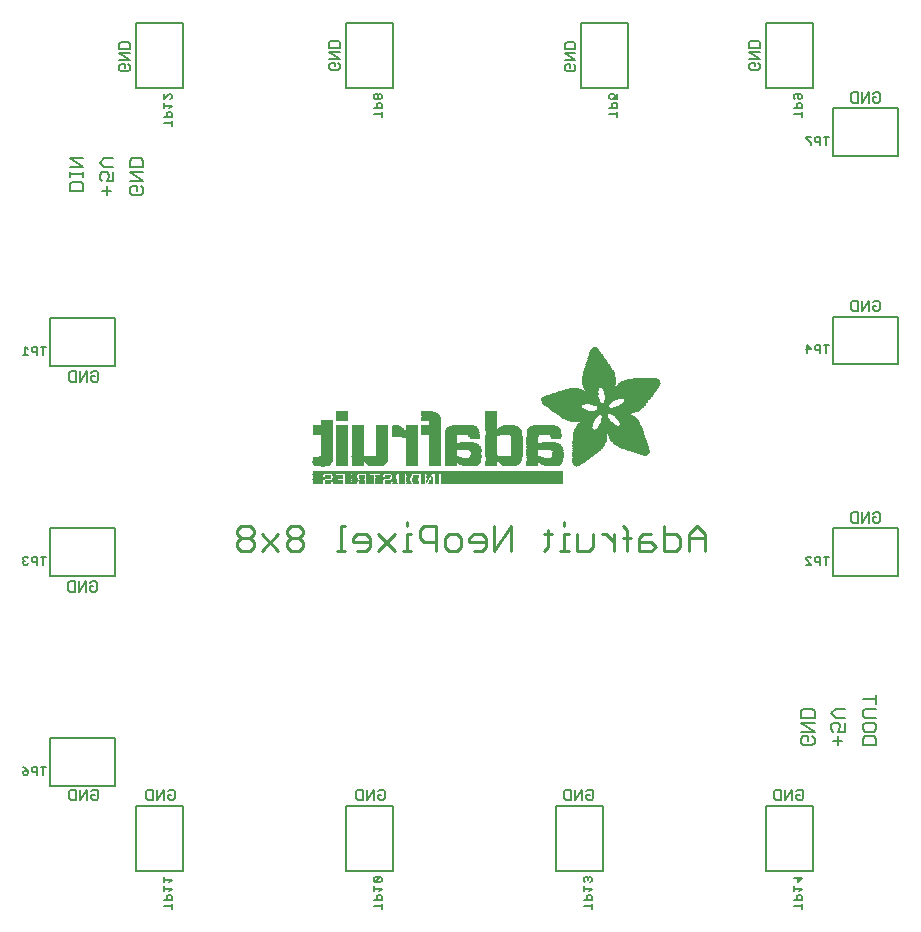
<source format=gbr>
G04 EAGLE Gerber RS-274X export*
G75*
%MOMM*%
%FSLAX34Y34*%
%LPD*%
%INSilkscreen Bottom*%
%IPPOS*%
%AMOC8*
5,1,8,0,0,1.08239X$1,22.5*%
G01*
%ADD10C,0.127000*%
%ADD11C,0.228600*%
%ADD12R,10.363200X0.025400*%
%ADD13R,0.406400X0.025400*%
%ADD14R,0.381000X0.025400*%
%ADD15R,0.457200X0.025400*%
%ADD16R,0.431800X0.025400*%
%ADD17R,0.635000X0.025400*%
%ADD18R,0.482600X0.025400*%
%ADD19R,0.889000X0.025400*%
%ADD20R,0.863600X0.025400*%
%ADD21R,0.508000X0.025400*%
%ADD22R,0.355600X0.025400*%
%ADD23R,0.025400X0.025400*%
%ADD24R,0.330200X0.025400*%
%ADD25R,0.050800X0.025400*%
%ADD26R,0.304800X0.025400*%
%ADD27R,0.076200X0.025400*%
%ADD28R,1.016000X0.025400*%
%ADD29R,1.524000X0.025400*%
%ADD30R,0.101600X0.025400*%
%ADD31R,0.279400X0.025400*%
%ADD32R,1.498600X0.025400*%
%ADD33R,0.254000X0.025400*%
%ADD34R,0.127000X0.025400*%
%ADD35R,0.965200X0.025400*%
%ADD36R,1.447800X0.025400*%
%ADD37R,0.228600X0.025400*%
%ADD38R,0.152400X0.025400*%
%ADD39R,0.812800X0.025400*%
%ADD40R,1.295400X0.025400*%
%ADD41R,0.533400X0.025400*%
%ADD42R,0.660400X0.025400*%
%ADD43R,0.609600X0.025400*%
%ADD44R,0.558800X0.025400*%
%ADD45R,0.203200X0.025400*%
%ADD46R,0.177800X0.025400*%
%ADD47R,0.914400X0.025400*%
%ADD48R,0.685800X0.025400*%
%ADD49R,0.939800X0.025400*%
%ADD50R,0.736600X0.025400*%
%ADD51R,0.990600X0.025400*%
%ADD52R,1.219200X0.025400*%
%ADD53R,1.117600X0.025400*%
%ADD54R,1.397000X0.025400*%
%ADD55R,1.244600X0.025400*%
%ADD56R,1.473200X0.025400*%
%ADD57R,0.584200X0.025400*%
%ADD58R,1.041400X0.025400*%
%ADD59R,21.209000X0.025400*%
%ADD60R,0.787400X0.025400*%
%ADD61R,1.193800X0.025400*%
%ADD62R,1.168400X0.025400*%
%ADD63R,1.092200X0.025400*%
%ADD64R,1.066800X0.025400*%
%ADD65R,1.143000X0.025400*%
%ADD66R,1.270000X0.025400*%
%ADD67R,1.320800X0.025400*%
%ADD68R,1.422400X0.025400*%
%ADD69R,1.549400X0.025400*%
%ADD70R,0.711200X0.025400*%
%ADD71R,1.625600X0.025400*%
%ADD72R,0.762000X0.025400*%
%ADD73R,1.701800X0.025400*%
%ADD74R,1.600200X0.025400*%
%ADD75R,1.727200X0.025400*%
%ADD76R,1.651000X0.025400*%
%ADD77R,0.838200X0.025400*%
%ADD78R,1.803400X0.025400*%
%ADD79R,1.574800X0.025400*%
%ADD80R,1.854200X0.025400*%
%ADD81R,1.778000X0.025400*%
%ADD82R,1.879600X0.025400*%
%ADD83R,1.930400X0.025400*%
%ADD84R,1.981200X0.025400*%
%ADD85R,1.905000X0.025400*%
%ADD86R,2.006600X0.025400*%
%ADD87R,3.048000X0.025400*%
%ADD88R,2.997200X0.025400*%
%ADD89R,2.057400X0.025400*%
%ADD90R,3.022600X0.025400*%
%ADD91R,2.032000X0.025400*%
%ADD92R,3.073400X0.025400*%
%ADD93R,1.676400X0.025400*%
%ADD94R,1.346200X0.025400*%
%ADD95R,3.098800X0.025400*%
%ADD96R,1.828800X0.025400*%
%ADD97R,2.082800X0.025400*%
%ADD98R,2.108200X0.025400*%
%ADD99R,2.159000X0.025400*%
%ADD100R,2.184400X0.025400*%
%ADD101R,2.235200X0.025400*%
%ADD102R,2.260600X0.025400*%
%ADD103R,2.311400X0.025400*%
%ADD104R,2.362200X0.025400*%
%ADD105R,2.387600X0.025400*%
%ADD106R,2.413000X0.025400*%
%ADD107R,2.438400X0.025400*%
%ADD108R,2.133600X0.025400*%
%ADD109R,2.463800X0.025400*%
%ADD110R,2.286000X0.025400*%
%ADD111R,2.514600X0.025400*%
%ADD112R,2.540000X0.025400*%
%ADD113R,2.565400X0.025400*%
%ADD114R,2.489200X0.025400*%
%ADD115R,2.590800X0.025400*%
%ADD116R,2.971800X0.025400*%
%ADD117R,2.616200X0.025400*%
%ADD118R,2.946400X0.025400*%
%ADD119R,2.641600X0.025400*%
%ADD120R,2.667000X0.025400*%
%ADD121R,2.921000X0.025400*%
%ADD122R,2.895600X0.025400*%
%ADD123R,2.717800X0.025400*%
%ADD124R,2.692400X0.025400*%
%ADD125R,2.870200X0.025400*%
%ADD126R,2.768600X0.025400*%
%ADD127R,2.743200X0.025400*%
%ADD128R,2.844800X0.025400*%
%ADD129R,2.794000X0.025400*%
%ADD130R,2.819400X0.025400*%
%ADD131R,1.371600X0.025400*%
%ADD132R,5.892800X0.025400*%
%ADD133R,5.867400X0.025400*%
%ADD134R,5.842000X0.025400*%
%ADD135R,5.816600X0.025400*%
%ADD136R,5.791200X0.025400*%
%ADD137R,4.114800X0.025400*%
%ADD138R,3.987800X0.025400*%
%ADD139R,1.955800X0.025400*%
%ADD140R,3.962400X0.025400*%
%ADD141R,3.911600X0.025400*%
%ADD142R,3.886200X0.025400*%
%ADD143R,3.835400X0.025400*%
%ADD144R,1.752600X0.025400*%
%ADD145R,3.810000X0.025400*%
%ADD146R,3.784600X0.025400*%
%ADD147R,3.733800X0.025400*%
%ADD148R,3.708400X0.025400*%
%ADD149R,3.683000X0.025400*%
%ADD150R,2.336800X0.025400*%
%ADD151R,3.657600X0.025400*%
%ADD152R,3.632200X0.025400*%
%ADD153R,3.149600X0.025400*%
%ADD154R,3.251200X0.025400*%
%ADD155R,3.276600X0.025400*%
%ADD156R,3.352800X0.025400*%
%ADD157R,3.454400X0.025400*%
%ADD158R,3.530600X0.025400*%
%ADD159R,4.241800X0.025400*%
%ADD160R,4.267200X0.025400*%
%ADD161R,4.318000X0.025400*%
%ADD162R,4.419600X0.025400*%
%ADD163R,6.400800X0.025400*%
%ADD164R,6.502400X0.025400*%
%ADD165R,6.680200X0.025400*%
%ADD166R,6.832600X0.025400*%
%ADD167R,6.858000X0.025400*%
%ADD168R,7.010400X0.025400*%
%ADD169R,7.112000X0.025400*%
%ADD170R,7.162800X0.025400*%
%ADD171R,3.860800X0.025400*%
%ADD172R,3.302000X0.025400*%
%ADD173R,2.209800X0.025400*%
%ADD174R,3.124200X0.025400*%
%ADD175R,3.200400X0.025400*%
%ADD176R,5.029200X0.025400*%
%ADD177R,5.003800X0.025400*%
%ADD178R,4.978400X0.025400*%
%ADD179R,4.953000X0.025400*%
%ADD180R,4.927600X0.025400*%
%ADD181R,4.902200X0.025400*%
%ADD182R,4.876800X0.025400*%
%ADD183R,4.851400X0.025400*%
%ADD184R,4.826000X0.025400*%
%ADD185R,4.800600X0.025400*%
%ADD186R,4.775200X0.025400*%
%ADD187R,4.749800X0.025400*%
%ADD188R,4.724400X0.025400*%
%ADD189R,4.699000X0.025400*%
%ADD190R,3.937000X0.025400*%
%ADD191R,4.648200X0.025400*%
%ADD192R,4.597400X0.025400*%
%ADD193R,4.546600X0.025400*%
%ADD194R,4.470400X0.025400*%
%ADD195R,4.013200X0.025400*%
%ADD196R,4.394200X0.025400*%
%ADD197R,4.038600X0.025400*%
%ADD198R,4.064000X0.025400*%
%ADD199R,4.089400X0.025400*%
%ADD200R,4.140200X0.025400*%
%ADD201R,4.165600X0.025400*%
%ADD202R,4.191000X0.025400*%
%ADD203R,3.759200X0.025400*%
%ADD204R,4.216400X0.025400*%
%ADD205R,3.606800X0.025400*%
%ADD206R,4.292600X0.025400*%
%ADD207R,4.368800X0.025400*%
%ADD208R,4.445000X0.025400*%
%ADD209R,4.495800X0.025400*%
%ADD210R,4.572000X0.025400*%
%ADD211R,4.622800X0.025400*%
%ADD212R,4.673600X0.025400*%
%ADD213R,3.581400X0.025400*%
%ADD214R,3.556000X0.025400*%
%ADD215R,3.479800X0.025400*%
%ADD216R,3.403600X0.025400*%
%ADD217R,3.378200X0.025400*%
%ADD218R,3.225800X0.025400*%
%ADD219C,0.203200*%
%ADD220C,0.152400*%


D10*
X-281932Y220830D02*
X-280025Y218923D01*
X-280025Y215110D01*
X-281932Y213203D01*
X-289558Y213203D01*
X-291465Y215110D01*
X-291465Y218923D01*
X-289558Y220830D01*
X-285745Y220830D01*
X-285745Y217016D01*
X-291465Y224897D02*
X-280025Y224897D01*
X-291465Y232524D01*
X-280025Y232524D01*
X-280025Y236591D02*
X-291465Y236591D01*
X-291465Y242311D01*
X-289558Y244217D01*
X-281932Y244217D01*
X-280025Y242311D01*
X-280025Y236591D01*
X-311145Y220830D02*
X-311145Y213203D01*
X-307332Y217016D02*
X-314958Y217016D01*
X-305425Y224897D02*
X-305425Y232524D01*
X-305425Y224897D02*
X-311145Y224897D01*
X-309239Y228710D01*
X-309239Y230617D01*
X-311145Y232524D01*
X-314958Y232524D01*
X-316865Y230617D01*
X-316865Y226804D01*
X-314958Y224897D01*
X-313052Y236591D02*
X-305425Y236591D01*
X-313052Y236591D02*
X-316865Y240404D01*
X-313052Y244217D01*
X-305425Y244217D01*
X-330825Y217101D02*
X-342265Y217101D01*
X-342265Y222821D01*
X-340358Y224728D01*
X-332732Y224728D01*
X-330825Y222821D01*
X-330825Y217101D01*
X-342265Y228795D02*
X-342265Y232608D01*
X-342265Y230702D02*
X-330825Y230702D01*
X-330825Y232608D02*
X-330825Y228795D01*
X-330825Y236591D02*
X-342265Y236591D01*
X-342265Y244217D02*
X-330825Y236591D01*
X-330825Y244217D02*
X-342265Y244217D01*
X328930Y-252730D02*
X340370Y-252730D01*
X328930Y-252730D02*
X328930Y-247010D01*
X330837Y-245104D01*
X338463Y-245104D01*
X340370Y-247010D01*
X340370Y-252730D01*
X340370Y-239129D02*
X340370Y-235316D01*
X340370Y-239129D02*
X338463Y-241036D01*
X330837Y-241036D01*
X328930Y-239129D01*
X328930Y-235316D01*
X330837Y-233410D01*
X338463Y-233410D01*
X340370Y-235316D01*
X340370Y-229342D02*
X330837Y-229342D01*
X328930Y-227435D01*
X328930Y-223622D01*
X330837Y-221716D01*
X340370Y-221716D01*
X340370Y-213835D02*
X328930Y-213835D01*
X340370Y-217648D02*
X340370Y-210022D01*
X307980Y-245104D02*
X307980Y-252730D01*
X311793Y-248917D02*
X304167Y-248917D01*
X313700Y-241036D02*
X313700Y-233410D01*
X313700Y-241036D02*
X307980Y-241036D01*
X309887Y-237223D01*
X309887Y-235316D01*
X307980Y-233410D01*
X304167Y-233410D01*
X302260Y-235316D01*
X302260Y-239129D01*
X304167Y-241036D01*
X306073Y-229342D02*
X313700Y-229342D01*
X306073Y-229342D02*
X302260Y-225529D01*
X306073Y-221716D01*
X313700Y-221716D01*
X288300Y-247010D02*
X286393Y-245104D01*
X288300Y-247010D02*
X288300Y-250823D01*
X286393Y-252730D01*
X278767Y-252730D01*
X276860Y-250823D01*
X276860Y-247010D01*
X278767Y-245104D01*
X282580Y-245104D01*
X282580Y-248917D01*
X276860Y-241036D02*
X288300Y-241036D01*
X276860Y-233410D01*
X288300Y-233410D01*
X288300Y-229342D02*
X276860Y-229342D01*
X276860Y-223622D01*
X278767Y-221716D01*
X286393Y-221716D01*
X288300Y-223622D01*
X288300Y-229342D01*
D11*
X195707Y-87757D02*
X195707Y-74029D01*
X188843Y-67165D01*
X181979Y-74029D01*
X181979Y-87757D01*
X181979Y-77461D02*
X195707Y-77461D01*
X160930Y-67165D02*
X160930Y-87757D01*
X171226Y-87757D01*
X174658Y-84325D01*
X174658Y-77461D01*
X171226Y-74029D01*
X160930Y-74029D01*
X150177Y-74029D02*
X143313Y-74029D01*
X139881Y-77461D01*
X139881Y-87757D01*
X150177Y-87757D01*
X153609Y-84325D01*
X150177Y-80893D01*
X139881Y-80893D01*
X129128Y-87757D02*
X129128Y-70597D01*
X125696Y-67165D01*
X125696Y-77461D02*
X132559Y-77461D01*
X118527Y-74029D02*
X118527Y-87757D01*
X118527Y-80893D02*
X111663Y-74029D01*
X108231Y-74029D01*
X100986Y-74029D02*
X100986Y-84325D01*
X97554Y-87757D01*
X87258Y-87757D01*
X87258Y-74029D01*
X79937Y-74029D02*
X76505Y-74029D01*
X76505Y-87757D01*
X79937Y-87757D02*
X73073Y-87757D01*
X76505Y-67165D02*
X76505Y-63733D01*
X62472Y-70597D02*
X62472Y-84325D01*
X59040Y-87757D01*
X59040Y-74029D02*
X65904Y-74029D01*
X30822Y-67165D02*
X30822Y-87757D01*
X17094Y-87757D02*
X30822Y-67165D01*
X17094Y-67165D02*
X17094Y-87757D01*
X6341Y-87757D02*
X-523Y-87757D01*
X6341Y-87757D02*
X9773Y-84325D01*
X9773Y-77461D01*
X6341Y-74029D01*
X-523Y-74029D01*
X-3955Y-77461D01*
X-3955Y-80893D01*
X9773Y-80893D01*
X-14709Y-87757D02*
X-21572Y-87757D01*
X-25004Y-84325D01*
X-25004Y-77461D01*
X-21572Y-74029D01*
X-14709Y-74029D01*
X-11277Y-77461D01*
X-11277Y-84325D01*
X-14709Y-87757D01*
X-32326Y-87757D02*
X-32326Y-67165D01*
X-42622Y-67165D01*
X-46054Y-70597D01*
X-46054Y-77461D01*
X-42622Y-80893D01*
X-32326Y-80893D01*
X-53375Y-74029D02*
X-56807Y-74029D01*
X-56807Y-87757D01*
X-53375Y-87757D02*
X-60239Y-87757D01*
X-56807Y-67165D02*
X-56807Y-63733D01*
X-67408Y-74029D02*
X-81136Y-87757D01*
X-67408Y-87757D02*
X-81136Y-74029D01*
X-91889Y-87757D02*
X-98753Y-87757D01*
X-91889Y-87757D02*
X-88457Y-84325D01*
X-88457Y-77461D01*
X-91889Y-74029D01*
X-98753Y-74029D01*
X-102185Y-77461D01*
X-102185Y-80893D01*
X-88457Y-80893D01*
X-109506Y-67165D02*
X-112938Y-67165D01*
X-112938Y-87757D01*
X-109506Y-87757D02*
X-116370Y-87757D01*
X-144588Y-70597D02*
X-148020Y-67165D01*
X-154884Y-67165D01*
X-158316Y-70597D01*
X-158316Y-74029D01*
X-154884Y-77461D01*
X-158316Y-80893D01*
X-158316Y-84325D01*
X-154884Y-87757D01*
X-148020Y-87757D01*
X-144588Y-84325D01*
X-144588Y-80893D01*
X-148020Y-77461D01*
X-144588Y-74029D01*
X-144588Y-70597D01*
X-148020Y-77461D02*
X-154884Y-77461D01*
X-165637Y-74029D02*
X-179365Y-87757D01*
X-165637Y-87757D02*
X-179365Y-74029D01*
X-186687Y-70597D02*
X-190118Y-67165D01*
X-196982Y-67165D01*
X-200414Y-70597D01*
X-200414Y-74029D01*
X-196982Y-77461D01*
X-200414Y-80893D01*
X-200414Y-84325D01*
X-196982Y-87757D01*
X-190118Y-87757D01*
X-186687Y-84325D01*
X-186687Y-80893D01*
X-190118Y-77461D01*
X-186687Y-74029D01*
X-186687Y-70597D01*
X-190118Y-77461D02*
X-196982Y-77461D01*
D10*
X-257814Y-290187D02*
X-259297Y-291670D01*
X-257814Y-290187D02*
X-254848Y-290187D01*
X-253365Y-291670D01*
X-253365Y-297602D01*
X-254848Y-299085D01*
X-257814Y-299085D01*
X-259297Y-297602D01*
X-259297Y-294636D01*
X-256331Y-294636D01*
X-262720Y-299085D02*
X-262720Y-290187D01*
X-268652Y-299085D01*
X-268652Y-290187D01*
X-272075Y-290187D02*
X-272075Y-299085D01*
X-276524Y-299085D01*
X-278007Y-297602D01*
X-278007Y-291670D01*
X-276524Y-290187D01*
X-272075Y-290187D01*
X-322584Y-290187D02*
X-324067Y-291670D01*
X-322584Y-290187D02*
X-319618Y-290187D01*
X-318135Y-291670D01*
X-318135Y-297602D01*
X-319618Y-299085D01*
X-322584Y-299085D01*
X-324067Y-297602D01*
X-324067Y-294636D01*
X-321101Y-294636D01*
X-327490Y-299085D02*
X-327490Y-290187D01*
X-333422Y-299085D01*
X-333422Y-290187D01*
X-336845Y-290187D02*
X-336845Y-299085D01*
X-341294Y-299085D01*
X-342777Y-297602D01*
X-342777Y-291670D01*
X-341294Y-290187D01*
X-336845Y-290187D01*
X-325337Y-115140D02*
X-323854Y-113657D01*
X-320888Y-113657D01*
X-319405Y-115140D01*
X-319405Y-121072D01*
X-320888Y-122555D01*
X-323854Y-122555D01*
X-325337Y-121072D01*
X-325337Y-118106D01*
X-322371Y-118106D01*
X-328760Y-122555D02*
X-328760Y-113657D01*
X-334692Y-122555D01*
X-334692Y-113657D01*
X-338115Y-113657D02*
X-338115Y-122555D01*
X-342564Y-122555D01*
X-344047Y-121072D01*
X-344047Y-115140D01*
X-342564Y-113657D01*
X-338115Y-113657D01*
X-81497Y-291670D02*
X-80014Y-290187D01*
X-77048Y-290187D01*
X-75565Y-291670D01*
X-75565Y-297602D01*
X-77048Y-299085D01*
X-80014Y-299085D01*
X-81497Y-297602D01*
X-81497Y-294636D01*
X-78531Y-294636D01*
X-84920Y-299085D02*
X-84920Y-290187D01*
X-90852Y-299085D01*
X-90852Y-290187D01*
X-94275Y-290187D02*
X-94275Y-299085D01*
X-98724Y-299085D01*
X-100207Y-297602D01*
X-100207Y-291670D01*
X-98724Y-290187D01*
X-94275Y-290187D01*
X95033Y-291670D02*
X96516Y-290187D01*
X99482Y-290187D01*
X100965Y-291670D01*
X100965Y-297602D01*
X99482Y-299085D01*
X96516Y-299085D01*
X95033Y-297602D01*
X95033Y-294636D01*
X97999Y-294636D01*
X91610Y-299085D02*
X91610Y-290187D01*
X85678Y-299085D01*
X85678Y-290187D01*
X82255Y-290187D02*
X82255Y-299085D01*
X77806Y-299085D01*
X76323Y-297602D01*
X76323Y-291670D01*
X77806Y-290187D01*
X82255Y-290187D01*
X272833Y-291670D02*
X274316Y-290187D01*
X277282Y-290187D01*
X278765Y-291670D01*
X278765Y-297602D01*
X277282Y-299085D01*
X274316Y-299085D01*
X272833Y-297602D01*
X272833Y-294636D01*
X275799Y-294636D01*
X269410Y-299085D02*
X269410Y-290187D01*
X263478Y-299085D01*
X263478Y-290187D01*
X260055Y-290187D02*
X260055Y-299085D01*
X255606Y-299085D01*
X254123Y-297602D01*
X254123Y-291670D01*
X255606Y-290187D01*
X260055Y-290187D01*
X337603Y-56720D02*
X339086Y-55237D01*
X342052Y-55237D01*
X343535Y-56720D01*
X343535Y-62652D01*
X342052Y-64135D01*
X339086Y-64135D01*
X337603Y-62652D01*
X337603Y-59686D01*
X340569Y-59686D01*
X334180Y-64135D02*
X334180Y-55237D01*
X328248Y-64135D01*
X328248Y-55237D01*
X324825Y-55237D02*
X324825Y-64135D01*
X320376Y-64135D01*
X318893Y-62652D01*
X318893Y-56720D01*
X320376Y-55237D01*
X324825Y-55237D01*
X337603Y122350D02*
X339086Y123833D01*
X342052Y123833D01*
X343535Y122350D01*
X343535Y116418D01*
X342052Y114935D01*
X339086Y114935D01*
X337603Y116418D01*
X337603Y119384D01*
X340569Y119384D01*
X334180Y114935D02*
X334180Y123833D01*
X328248Y114935D01*
X328248Y123833D01*
X324825Y123833D02*
X324825Y114935D01*
X320376Y114935D01*
X318893Y116418D01*
X318893Y122350D01*
X320376Y123833D01*
X324825Y123833D01*
X337603Y298880D02*
X339086Y300363D01*
X342052Y300363D01*
X343535Y298880D01*
X343535Y292948D01*
X342052Y291465D01*
X339086Y291465D01*
X337603Y292948D01*
X337603Y295914D01*
X340569Y295914D01*
X334180Y291465D02*
X334180Y300363D01*
X328248Y291465D01*
X328248Y300363D01*
X324825Y300363D02*
X324825Y291465D01*
X320376Y291465D01*
X318893Y292948D01*
X318893Y298880D01*
X320376Y300363D01*
X324825Y300363D01*
X-322584Y64143D02*
X-324067Y62660D01*
X-322584Y64143D02*
X-319618Y64143D01*
X-318135Y62660D01*
X-318135Y56728D01*
X-319618Y55245D01*
X-322584Y55245D01*
X-324067Y56728D01*
X-324067Y59694D01*
X-321101Y59694D01*
X-327490Y55245D02*
X-327490Y64143D01*
X-333422Y55245D01*
X-333422Y64143D01*
X-336845Y64143D02*
X-336845Y55245D01*
X-341294Y55245D01*
X-342777Y56728D01*
X-342777Y62660D01*
X-341294Y64143D01*
X-336845Y64143D01*
X-291457Y322458D02*
X-292940Y323941D01*
X-291457Y322458D02*
X-291457Y319492D01*
X-292940Y318009D01*
X-298872Y318009D01*
X-300355Y319492D01*
X-300355Y322458D01*
X-298872Y323941D01*
X-295906Y323941D01*
X-295906Y320975D01*
X-300355Y327365D02*
X-291457Y327365D01*
X-300355Y333296D01*
X-291457Y333296D01*
X-291457Y336720D02*
X-300355Y336720D01*
X-300355Y341169D01*
X-298872Y342652D01*
X-292940Y342652D01*
X-291457Y341169D01*
X-291457Y336720D01*
X-115140Y325211D02*
X-113657Y323728D01*
X-113657Y320762D01*
X-115140Y319279D01*
X-121072Y319279D01*
X-122555Y320762D01*
X-122555Y323728D01*
X-121072Y325211D01*
X-118106Y325211D01*
X-118106Y322245D01*
X-122555Y328635D02*
X-113657Y328635D01*
X-122555Y334566D01*
X-113657Y334566D01*
X-113657Y337990D02*
X-122555Y337990D01*
X-122555Y342439D01*
X-121072Y343922D01*
X-115140Y343922D01*
X-113657Y342439D01*
X-113657Y337990D01*
X84250Y323941D02*
X85733Y322458D01*
X85733Y319492D01*
X84250Y318009D01*
X78318Y318009D01*
X76835Y319492D01*
X76835Y322458D01*
X78318Y323941D01*
X81284Y323941D01*
X81284Y320975D01*
X76835Y327365D02*
X85733Y327365D01*
X76835Y333296D01*
X85733Y333296D01*
X85733Y336720D02*
X76835Y336720D01*
X76835Y341169D01*
X78318Y342652D01*
X84250Y342652D01*
X85733Y341169D01*
X85733Y336720D01*
X240460Y325211D02*
X241943Y323728D01*
X241943Y320762D01*
X240460Y319279D01*
X234528Y319279D01*
X233045Y320762D01*
X233045Y323728D01*
X234528Y325211D01*
X237494Y325211D01*
X237494Y322245D01*
X233045Y328635D02*
X241943Y328635D01*
X233045Y334566D01*
X241943Y334566D01*
X241943Y337990D02*
X233045Y337990D01*
X233045Y342439D01*
X234528Y343922D01*
X240460Y343922D01*
X241943Y342439D01*
X241943Y337990D01*
D12*
X23749Y-31750D03*
D13*
X-31623Y-31750D03*
X-36957Y-31750D03*
D14*
X-43688Y-31750D03*
D13*
X-49149Y-31750D03*
D15*
X-55245Y-31750D03*
D14*
X-61468Y-31750D03*
D16*
X-67310Y-31750D03*
D15*
X-73279Y-31750D03*
D17*
X-80264Y-31750D03*
X-88138Y-31750D03*
D18*
X-95250Y-31750D03*
D16*
X-101346Y-31750D03*
X-107188Y-31750D03*
D19*
X-115570Y-31750D03*
D15*
X-123825Y-31750D03*
D19*
X-132080Y-31750D03*
D12*
X23749Y-31496D03*
D13*
X-31623Y-31496D03*
D14*
X-36830Y-31496D03*
X-43688Y-31496D03*
D15*
X-49403Y-31496D03*
D16*
X-55372Y-31496D03*
D15*
X-61341Y-31496D03*
D16*
X-67310Y-31496D03*
D15*
X-73279Y-31496D03*
D17*
X-80264Y-31496D03*
X-88138Y-31496D03*
D18*
X-95250Y-31496D03*
D16*
X-101346Y-31496D03*
X-107188Y-31496D03*
D19*
X-115570Y-31496D03*
D18*
X-123698Y-31496D03*
D19*
X-132080Y-31496D03*
D12*
X23749Y-31242D03*
D13*
X-31623Y-31242D03*
D14*
X-36830Y-31242D03*
X-43688Y-31242D03*
D18*
X-49530Y-31242D03*
D13*
X-55499Y-31242D03*
D18*
X-61468Y-31242D03*
D16*
X-67310Y-31242D03*
D18*
X-73152Y-31242D03*
D17*
X-80264Y-31242D03*
X-88138Y-31242D03*
D18*
X-95250Y-31242D03*
D16*
X-101346Y-31242D03*
X-107188Y-31242D03*
D20*
X-115443Y-31242D03*
D21*
X-123825Y-31242D03*
D19*
X-132080Y-31242D03*
D12*
X23749Y-30988D03*
D13*
X-31623Y-30988D03*
D22*
X-36703Y-30988D03*
D14*
X-43688Y-30988D03*
D18*
X-49530Y-30988D03*
D13*
X-55499Y-30988D03*
D18*
X-61468Y-30988D03*
D14*
X-67310Y-30988D03*
D18*
X-73152Y-30988D03*
D17*
X-80264Y-30988D03*
X-88138Y-30988D03*
D18*
X-95250Y-30988D03*
D16*
X-101346Y-30988D03*
X-107188Y-30988D03*
D20*
X-115443Y-30988D03*
D21*
X-123825Y-30988D03*
D19*
X-132080Y-30988D03*
D12*
X23749Y-30734D03*
D13*
X-31623Y-30734D03*
D22*
X-36703Y-30734D03*
D23*
X-40132Y-30734D03*
D14*
X-43688Y-30734D03*
D18*
X-49530Y-30734D03*
D13*
X-55499Y-30734D03*
D18*
X-61468Y-30734D03*
D14*
X-67310Y-30734D03*
D18*
X-73152Y-30734D03*
D17*
X-80264Y-30734D03*
X-88138Y-30734D03*
D18*
X-95250Y-30734D03*
D16*
X-101346Y-30734D03*
X-107188Y-30734D03*
D20*
X-115443Y-30734D03*
D21*
X-123825Y-30734D03*
D19*
X-132080Y-30734D03*
D12*
X23749Y-30480D03*
D13*
X-31623Y-30480D03*
D24*
X-36576Y-30480D03*
D25*
X-40005Y-30480D03*
D14*
X-43688Y-30480D03*
D18*
X-49530Y-30480D03*
D13*
X-55499Y-30480D03*
D18*
X-61468Y-30480D03*
D14*
X-67310Y-30480D03*
D18*
X-73152Y-30480D03*
D17*
X-80264Y-30480D03*
X-88138Y-30480D03*
D15*
X-95123Y-30480D03*
D16*
X-101346Y-30480D03*
X-107188Y-30480D03*
D20*
X-115443Y-30480D03*
D21*
X-123825Y-30480D03*
D20*
X-132207Y-30480D03*
D12*
X23749Y-30226D03*
D13*
X-31623Y-30226D03*
D24*
X-36576Y-30226D03*
D25*
X-40005Y-30226D03*
D14*
X-43688Y-30226D03*
D18*
X-49530Y-30226D03*
D13*
X-55499Y-30226D03*
D18*
X-61468Y-30226D03*
D14*
X-67310Y-30226D03*
D18*
X-73152Y-30226D03*
D17*
X-80264Y-30226D03*
X-88138Y-30226D03*
D15*
X-95123Y-30226D03*
D16*
X-101346Y-30226D03*
X-107188Y-30226D03*
D20*
X-115443Y-30226D03*
D21*
X-123825Y-30226D03*
D20*
X-132207Y-30226D03*
D12*
X23749Y-29972D03*
D13*
X-31623Y-29972D03*
D26*
X-36449Y-29972D03*
D27*
X-39878Y-29972D03*
D14*
X-43688Y-29972D03*
D18*
X-49530Y-29972D03*
D13*
X-55499Y-29972D03*
D18*
X-61468Y-29972D03*
D28*
X-70485Y-29972D03*
D17*
X-80264Y-29972D03*
X-88138Y-29972D03*
D15*
X-95123Y-29972D03*
X-101219Y-29972D03*
D16*
X-107188Y-29972D03*
D29*
X-118745Y-29972D03*
D20*
X-132207Y-29972D03*
D12*
X23749Y-29718D03*
D13*
X-31623Y-29718D03*
D26*
X-36449Y-29718D03*
D30*
X-39751Y-29718D03*
D14*
X-43688Y-29718D03*
D18*
X-49530Y-29718D03*
D14*
X-55626Y-29718D03*
D18*
X-61468Y-29718D03*
D28*
X-70485Y-29718D03*
D17*
X-80264Y-29718D03*
X-88138Y-29718D03*
D15*
X-95123Y-29718D03*
X-101219Y-29718D03*
D16*
X-107188Y-29718D03*
D29*
X-118745Y-29718D03*
D19*
X-132080Y-29718D03*
D12*
X23749Y-29464D03*
D13*
X-31623Y-29464D03*
D31*
X-36322Y-29464D03*
D30*
X-39751Y-29464D03*
D14*
X-43688Y-29464D03*
D21*
X-49657Y-29464D03*
D14*
X-55626Y-29464D03*
D18*
X-61468Y-29464D03*
D28*
X-70485Y-29464D03*
D17*
X-80264Y-29464D03*
X-88138Y-29464D03*
D15*
X-95123Y-29464D03*
X-101219Y-29464D03*
D16*
X-107188Y-29464D03*
D32*
X-118618Y-29464D03*
D19*
X-132080Y-29464D03*
D12*
X23749Y-29210D03*
D13*
X-31623Y-29210D03*
D31*
X-36322Y-29210D03*
D30*
X-39751Y-29210D03*
D14*
X-43688Y-29210D03*
D21*
X-49657Y-29210D03*
D14*
X-55626Y-29210D03*
D18*
X-61468Y-29210D03*
D28*
X-70485Y-29210D03*
D17*
X-80264Y-29210D03*
X-88138Y-29210D03*
D16*
X-94996Y-29210D03*
D18*
X-101092Y-29210D03*
D16*
X-107188Y-29210D03*
D32*
X-118618Y-29210D03*
D19*
X-132080Y-29210D03*
D12*
X23749Y-28956D03*
D13*
X-31623Y-28956D03*
D33*
X-36195Y-28956D03*
D34*
X-39624Y-28956D03*
D14*
X-43688Y-28956D03*
D21*
X-49657Y-28956D03*
D14*
X-55626Y-28956D03*
D18*
X-61468Y-28956D03*
D35*
X-70231Y-28956D03*
D17*
X-80264Y-28956D03*
X-88138Y-28956D03*
D18*
X-101092Y-28956D03*
D16*
X-107188Y-28956D03*
D36*
X-118364Y-28956D03*
D19*
X-132080Y-28956D03*
D12*
X23749Y-28702D03*
D13*
X-31623Y-28702D03*
D37*
X-36068Y-28702D03*
D38*
X-39497Y-28702D03*
D14*
X-43688Y-28702D03*
D21*
X-49657Y-28702D03*
D14*
X-55626Y-28702D03*
D18*
X-61468Y-28702D03*
D39*
X-69469Y-28702D03*
D17*
X-80264Y-28702D03*
X-88138Y-28702D03*
D21*
X-100965Y-28702D03*
D16*
X-107188Y-28702D03*
D40*
X-117602Y-28702D03*
D19*
X-132080Y-28702D03*
D12*
X23749Y-28448D03*
D13*
X-31623Y-28448D03*
D37*
X-36068Y-28448D03*
D38*
X-39497Y-28448D03*
D14*
X-43688Y-28448D03*
D21*
X-49657Y-28448D03*
D14*
X-55626Y-28448D03*
D18*
X-61468Y-28448D03*
D41*
X-68072Y-28448D03*
D42*
X-80137Y-28448D03*
D17*
X-88138Y-28448D03*
D43*
X-100457Y-28448D03*
D16*
X-107188Y-28448D03*
D44*
X-118491Y-28448D03*
D19*
X-132080Y-28448D03*
D12*
X23749Y-28194D03*
D13*
X-31623Y-28194D03*
D45*
X-35941Y-28194D03*
D46*
X-39370Y-28194D03*
D14*
X-43688Y-28194D03*
D21*
X-49657Y-28194D03*
D14*
X-55626Y-28194D03*
D18*
X-61468Y-28194D03*
D15*
X-67691Y-28194D03*
D42*
X-80137Y-28194D03*
D17*
X-88138Y-28194D03*
D44*
X-100711Y-28194D03*
D16*
X-107188Y-28194D03*
D18*
X-118110Y-28194D03*
D47*
X-131953Y-28194D03*
D12*
X23749Y-27940D03*
D13*
X-31623Y-27940D03*
D45*
X-35941Y-27940D03*
D46*
X-39370Y-27940D03*
D14*
X-43688Y-27940D03*
D21*
X-49657Y-27940D03*
D14*
X-55626Y-27940D03*
D18*
X-61468Y-27940D03*
D15*
X-67691Y-27940D03*
D48*
X-80010Y-27940D03*
D17*
X-88138Y-27940D03*
D21*
X-100965Y-27940D03*
D16*
X-107188Y-27940D03*
D18*
X-118110Y-27940D03*
D49*
X-131826Y-27940D03*
D12*
X23749Y-27686D03*
D13*
X-31623Y-27686D03*
D46*
X-35814Y-27686D03*
X-39370Y-27686D03*
D14*
X-43688Y-27686D03*
D21*
X-49657Y-27686D03*
D14*
X-55626Y-27686D03*
D18*
X-61468Y-27686D03*
D16*
X-67564Y-27686D03*
D50*
X-79756Y-27686D03*
D17*
X-88138Y-27686D03*
D13*
X-94869Y-27686D03*
D18*
X-101092Y-27686D03*
D16*
X-107188Y-27686D03*
D15*
X-117983Y-27686D03*
D51*
X-131572Y-27686D03*
D12*
X23749Y-27432D03*
D13*
X-31623Y-27432D03*
D46*
X-35814Y-27432D03*
D45*
X-39243Y-27432D03*
D14*
X-43688Y-27432D03*
D21*
X-49657Y-27432D03*
D14*
X-55626Y-27432D03*
D18*
X-61468Y-27432D03*
D13*
X-67437Y-27432D03*
D35*
X-78613Y-27432D03*
D17*
X-88138Y-27432D03*
D15*
X-95123Y-27432D03*
X-101219Y-27432D03*
D16*
X-107188Y-27432D03*
D15*
X-117983Y-27432D03*
D52*
X-130429Y-27432D03*
D12*
X23749Y-27178D03*
D13*
X-31623Y-27178D03*
D38*
X-35687Y-27178D03*
D37*
X-39116Y-27178D03*
D14*
X-43688Y-27178D03*
D21*
X-49657Y-27178D03*
D14*
X-55626Y-27178D03*
D18*
X-61468Y-27178D03*
D13*
X-67437Y-27178D03*
D53*
X-77851Y-27178D03*
D17*
X-88138Y-27178D03*
D15*
X-95123Y-27178D03*
X-101219Y-27178D03*
D16*
X-107188Y-27178D03*
D47*
X-115697Y-27178D03*
D54*
X-129540Y-27178D03*
D12*
X23749Y-26924D03*
D13*
X-31623Y-26924D03*
D38*
X-35687Y-26924D03*
D37*
X-39116Y-26924D03*
D14*
X-43688Y-26924D03*
D21*
X-49657Y-26924D03*
D14*
X-55626Y-26924D03*
D18*
X-61468Y-26924D03*
D13*
X-67437Y-26924D03*
D55*
X-77216Y-26924D03*
D17*
X-88138Y-26924D03*
D18*
X-95250Y-26924D03*
D16*
X-101346Y-26924D03*
X-107188Y-26924D03*
D19*
X-115570Y-26924D03*
D56*
X-129159Y-26924D03*
D12*
X23749Y-26670D03*
D13*
X-31623Y-26670D03*
D34*
X-35560Y-26670D03*
D33*
X-38989Y-26670D03*
D14*
X-43688Y-26670D03*
D18*
X-49530Y-26670D03*
D14*
X-55626Y-26670D03*
D18*
X-61468Y-26670D03*
D13*
X-67437Y-26670D03*
D55*
X-77216Y-26670D03*
D17*
X-88138Y-26670D03*
D18*
X-95250Y-26670D03*
D16*
X-101346Y-26670D03*
X-107188Y-26670D03*
D19*
X-115570Y-26670D03*
D32*
X-129032Y-26670D03*
D12*
X23749Y-26416D03*
D13*
X-31623Y-26416D03*
D34*
X-35560Y-26416D03*
D33*
X-38989Y-26416D03*
D14*
X-43688Y-26416D03*
D18*
X-49530Y-26416D03*
D14*
X-55626Y-26416D03*
D18*
X-61468Y-26416D03*
D13*
X-67437Y-26416D03*
D55*
X-77216Y-26416D03*
D17*
X-88138Y-26416D03*
D18*
X-95250Y-26416D03*
D16*
X-101346Y-26416D03*
X-107188Y-26416D03*
D19*
X-115570Y-26416D03*
D32*
X-129032Y-26416D03*
D12*
X23749Y-26162D03*
D13*
X-31623Y-26162D03*
D30*
X-35433Y-26162D03*
D31*
X-38862Y-26162D03*
D14*
X-43688Y-26162D03*
D18*
X-49530Y-26162D03*
D13*
X-55499Y-26162D03*
D18*
X-61468Y-26162D03*
D13*
X-67437Y-26162D03*
D55*
X-77216Y-26162D03*
D17*
X-88138Y-26162D03*
D18*
X-95250Y-26162D03*
D16*
X-101346Y-26162D03*
X-107188Y-26162D03*
D19*
X-115570Y-26162D03*
D32*
X-129032Y-26162D03*
D12*
X23749Y-25908D03*
D13*
X-31623Y-25908D03*
D30*
X-35433Y-25908D03*
D31*
X-38862Y-25908D03*
D14*
X-43688Y-25908D03*
D18*
X-49530Y-25908D03*
D13*
X-55499Y-25908D03*
D18*
X-61468Y-25908D03*
D13*
X-67437Y-25908D03*
D55*
X-77216Y-25908D03*
D17*
X-88138Y-25908D03*
D18*
X-95250Y-25908D03*
D16*
X-101346Y-25908D03*
X-107188Y-25908D03*
D19*
X-115570Y-25908D03*
D32*
X-129032Y-25908D03*
D12*
X23749Y-25654D03*
D13*
X-31623Y-25654D03*
D27*
X-35306Y-25654D03*
D26*
X-38735Y-25654D03*
D14*
X-43688Y-25654D03*
D18*
X-49530Y-25654D03*
D13*
X-55499Y-25654D03*
D18*
X-61468Y-25654D03*
D13*
X-67437Y-25654D03*
D15*
X-73279Y-25654D03*
D42*
X-80137Y-25654D03*
D17*
X-88138Y-25654D03*
D18*
X-95250Y-25654D03*
D16*
X-101346Y-25654D03*
X-107188Y-25654D03*
D19*
X-115570Y-25654D03*
D15*
X-123825Y-25654D03*
D19*
X-132080Y-25654D03*
D12*
X23749Y-25400D03*
D13*
X-31623Y-25400D03*
D27*
X-35306Y-25400D03*
D26*
X-38735Y-25400D03*
D14*
X-43688Y-25400D03*
D18*
X-49530Y-25400D03*
D13*
X-55499Y-25400D03*
D18*
X-61468Y-25400D03*
D13*
X-67437Y-25400D03*
D16*
X-73152Y-25400D03*
D42*
X-80137Y-25400D03*
D17*
X-88138Y-25400D03*
D18*
X-95250Y-25400D03*
D16*
X-101346Y-25400D03*
X-107188Y-25400D03*
D19*
X-115570Y-25400D03*
D15*
X-123825Y-25400D03*
D19*
X-132080Y-25400D03*
D12*
X23749Y-25146D03*
D13*
X-31623Y-25146D03*
D27*
X-35306Y-25146D03*
D24*
X-38608Y-25146D03*
D14*
X-43688Y-25146D03*
D18*
X-49530Y-25146D03*
D13*
X-55499Y-25146D03*
D18*
X-61468Y-25146D03*
D13*
X-67437Y-25146D03*
D16*
X-73152Y-25146D03*
D42*
X-80137Y-25146D03*
D17*
X-88138Y-25146D03*
D18*
X-95250Y-25146D03*
D16*
X-101346Y-25146D03*
X-107188Y-25146D03*
D19*
X-115570Y-25146D03*
D15*
X-123825Y-25146D03*
D19*
X-132080Y-25146D03*
D12*
X23749Y-24892D03*
D13*
X-31623Y-24892D03*
D22*
X-38481Y-24892D03*
D14*
X-43688Y-24892D03*
D18*
X-49530Y-24892D03*
D13*
X-55499Y-24892D03*
D18*
X-61468Y-24892D03*
D13*
X-67437Y-24892D03*
D16*
X-73152Y-24892D03*
D42*
X-80137Y-24892D03*
D17*
X-88138Y-24892D03*
D18*
X-95250Y-24892D03*
D16*
X-101346Y-24892D03*
X-107188Y-24892D03*
D19*
X-115570Y-24892D03*
D15*
X-123825Y-24892D03*
D19*
X-132080Y-24892D03*
D12*
X23749Y-24638D03*
D13*
X-31623Y-24638D03*
D22*
X-38481Y-24638D03*
D14*
X-43688Y-24638D03*
D15*
X-49403Y-24638D03*
D16*
X-55372Y-24638D03*
D18*
X-61468Y-24638D03*
D13*
X-67437Y-24638D03*
D16*
X-73152Y-24638D03*
D42*
X-80137Y-24638D03*
D17*
X-88138Y-24638D03*
D15*
X-95123Y-24638D03*
D16*
X-101346Y-24638D03*
X-107188Y-24638D03*
D19*
X-115570Y-24638D03*
D15*
X-123825Y-24638D03*
D19*
X-132080Y-24638D03*
D12*
X23749Y-24384D03*
D13*
X-31623Y-24384D03*
D22*
X-38481Y-24384D03*
D14*
X-43688Y-24384D03*
D16*
X-49276Y-24384D03*
X-55372Y-24384D03*
D18*
X-61468Y-24384D03*
D13*
X-67437Y-24384D03*
D16*
X-73152Y-24384D03*
D42*
X-80137Y-24384D03*
D17*
X-88138Y-24384D03*
D15*
X-95123Y-24384D03*
D16*
X-101346Y-24384D03*
X-107188Y-24384D03*
D47*
X-115697Y-24384D03*
D15*
X-123825Y-24384D03*
D19*
X-132080Y-24384D03*
D12*
X23749Y-24130D03*
D13*
X-31623Y-24130D03*
D14*
X-38354Y-24130D03*
X-43688Y-24130D03*
D15*
X-55245Y-24130D03*
D18*
X-61468Y-24130D03*
D13*
X-67437Y-24130D03*
D26*
X-78359Y-24130D03*
X-89789Y-24130D03*
D15*
X-101219Y-24130D03*
D16*
X-107188Y-24130D03*
D14*
X-118364Y-24130D03*
D47*
X-131953Y-24130D03*
D12*
X23749Y-23876D03*
D13*
X-31623Y-23876D03*
X-38227Y-23876D03*
D14*
X-43688Y-23876D03*
D15*
X-55245Y-23876D03*
D18*
X-61468Y-23876D03*
D16*
X-67564Y-23876D03*
D26*
X-78359Y-23876D03*
X-89789Y-23876D03*
D18*
X-101092Y-23876D03*
D16*
X-107188Y-23876D03*
D14*
X-118364Y-23876D03*
D47*
X-131953Y-23876D03*
D12*
X23749Y-23622D03*
D13*
X-31623Y-23622D03*
X-38227Y-23622D03*
D14*
X-43688Y-23622D03*
D18*
X-55118Y-23622D03*
X-61468Y-23622D03*
D16*
X-67564Y-23622D03*
D24*
X-78232Y-23622D03*
D26*
X-89789Y-23622D03*
D18*
X-101092Y-23622D03*
D16*
X-107188Y-23622D03*
D14*
X-118364Y-23622D03*
D49*
X-131826Y-23622D03*
D12*
X23749Y-23368D03*
D13*
X-31623Y-23368D03*
D16*
X-38100Y-23368D03*
D14*
X-43688Y-23368D03*
D41*
X-54864Y-23368D03*
D18*
X-61468Y-23368D03*
D15*
X-67691Y-23368D03*
D22*
X-78105Y-23368D03*
D26*
X-89789Y-23368D03*
D21*
X-100965Y-23368D03*
D16*
X-107188Y-23368D03*
D13*
X-118491Y-23368D03*
D49*
X-131826Y-23368D03*
D12*
X23749Y-23114D03*
D13*
X-31623Y-23114D03*
D16*
X-38100Y-23114D03*
D14*
X-43688Y-23114D03*
D57*
X-54610Y-23114D03*
D18*
X-61468Y-23114D03*
D21*
X-67945Y-23114D03*
D14*
X-77978Y-23114D03*
D26*
X-89789Y-23114D03*
D41*
X-100838Y-23114D03*
D16*
X-107188Y-23114D03*
D15*
X-118745Y-23114D03*
D51*
X-131572Y-23114D03*
D12*
X23749Y-22860D03*
D13*
X-31623Y-22860D03*
D15*
X-37973Y-22860D03*
D14*
X-43688Y-22860D03*
D42*
X-54229Y-22860D03*
D18*
X-61468Y-22860D03*
D44*
X-68199Y-22860D03*
D16*
X-77724Y-22860D03*
D26*
X-89789Y-22860D03*
D57*
X-100584Y-22860D03*
D16*
X-107188Y-22860D03*
D21*
X-118999Y-22860D03*
D58*
X-131318Y-22860D03*
D59*
X-30480Y-22606D03*
X-30480Y-22352D03*
X-30480Y-22098D03*
X-30480Y-21844D03*
X-30480Y-21590D03*
X-30480Y-21336D03*
D27*
X87376Y-16764D03*
D26*
X-127635Y-16764D03*
X87249Y-16510D03*
D19*
X65532Y-16510D03*
D35*
X49403Y-16510D03*
D50*
X29972Y-16510D03*
D49*
X14478Y-16510D03*
D19*
X-3810Y-16510D03*
D35*
X-19685Y-16510D03*
X-32893Y-16510D03*
X-52705Y-16510D03*
D60*
X-82804Y-16510D03*
D35*
X-98679Y-16510D03*
X-111633Y-16510D03*
D39*
X-128143Y-16510D03*
D13*
X87249Y-16256D03*
D61*
X65532Y-16256D03*
D35*
X49403Y-16256D03*
D58*
X30226Y-16256D03*
D49*
X14478Y-16256D03*
D62*
X-3683Y-16256D03*
D35*
X-19685Y-16256D03*
X-32893Y-16256D03*
X-52705Y-16256D03*
D63*
X-82804Y-16256D03*
D35*
X-98679Y-16256D03*
X-111633Y-16256D03*
D64*
X-128651Y-16256D03*
D15*
X87249Y-16002D03*
D55*
X65532Y-16002D03*
D35*
X49403Y-16002D03*
D65*
X30226Y-16002D03*
D49*
X14478Y-16002D03*
D55*
X-3810Y-16002D03*
D35*
X-19685Y-16002D03*
X-32893Y-16002D03*
X-52705Y-16002D03*
D62*
X-82677Y-16002D03*
D35*
X-98679Y-16002D03*
X-111633Y-16002D03*
D62*
X-128651Y-16002D03*
D41*
X87376Y-15748D03*
D54*
X65532Y-15748D03*
D35*
X49403Y-15748D03*
D66*
X30353Y-15748D03*
D49*
X14478Y-15748D03*
D54*
X-3810Y-15748D03*
D35*
X-19685Y-15748D03*
X-32893Y-15748D03*
X-52705Y-15748D03*
D67*
X-82677Y-15748D03*
D35*
X-98679Y-15748D03*
X-111633Y-15748D03*
D67*
X-128905Y-15748D03*
D43*
X87249Y-15494D03*
D32*
X65532Y-15494D03*
D35*
X49403Y-15494D03*
D54*
X30480Y-15494D03*
D49*
X14478Y-15494D03*
D32*
X-3810Y-15494D03*
D35*
X-19685Y-15494D03*
X-32893Y-15494D03*
X-52705Y-15494D03*
D68*
X-82677Y-15494D03*
D35*
X-98679Y-15494D03*
X-111633Y-15494D03*
D56*
X-129159Y-15494D03*
D42*
X87503Y-15240D03*
D29*
X65405Y-15240D03*
D35*
X49403Y-15240D03*
D68*
X30353Y-15240D03*
D49*
X14478Y-15240D03*
D69*
X-3810Y-15240D03*
D35*
X-19685Y-15240D03*
X-32893Y-15240D03*
X-52705Y-15240D03*
D56*
X-82677Y-15240D03*
D35*
X-98679Y-15240D03*
X-111633Y-15240D03*
D56*
X-129159Y-15240D03*
D70*
X87503Y-14986D03*
D71*
X65405Y-14986D03*
D35*
X49403Y-14986D03*
D29*
X30353Y-14986D03*
D49*
X14478Y-14986D03*
D71*
X-3937Y-14986D03*
D35*
X-19685Y-14986D03*
X-32893Y-14986D03*
X-52705Y-14986D03*
D69*
X-82804Y-14986D03*
D35*
X-98679Y-14986D03*
X-111633Y-14986D03*
D29*
X-128905Y-14986D03*
D72*
X87757Y-14732D03*
D73*
X65278Y-14732D03*
D35*
X49403Y-14732D03*
D74*
X30226Y-14732D03*
D49*
X14478Y-14732D03*
D73*
X-4064Y-14732D03*
D35*
X-19685Y-14732D03*
X-32893Y-14732D03*
X-52705Y-14732D03*
D74*
X-82804Y-14732D03*
D35*
X-98679Y-14732D03*
X-111633Y-14732D03*
D69*
X-128778Y-14732D03*
D39*
X87757Y-14478D03*
D75*
X65151Y-14478D03*
D35*
X49403Y-14478D03*
D76*
X30226Y-14478D03*
D49*
X14478Y-14478D03*
D75*
X-3937Y-14478D03*
D35*
X-19685Y-14478D03*
X-32893Y-14478D03*
X-52705Y-14478D03*
D76*
X-82804Y-14478D03*
D35*
X-98679Y-14478D03*
X-111633Y-14478D03*
D69*
X-128778Y-14478D03*
D77*
X87884Y-14224D03*
D78*
X65278Y-14224D03*
D35*
X49403Y-14224D03*
D73*
X30226Y-14224D03*
D49*
X14478Y-14224D03*
D78*
X-4064Y-14224D03*
D35*
X-19685Y-14224D03*
X-32893Y-14224D03*
X-52705Y-14224D03*
D73*
X-82804Y-14224D03*
D35*
X-98679Y-14224D03*
X-111633Y-14224D03*
D79*
X-128651Y-14224D03*
D47*
X88011Y-13970D03*
D80*
X65024Y-13970D03*
D35*
X49403Y-13970D03*
D81*
X30099Y-13970D03*
D49*
X14478Y-13970D03*
D80*
X-4318Y-13970D03*
D35*
X-19685Y-13970D03*
X-32893Y-13970D03*
X-52705Y-13970D03*
D81*
X-82931Y-13970D03*
D35*
X-98679Y-13970D03*
X-111633Y-13970D03*
D74*
X-128524Y-13970D03*
D47*
X88011Y-13716D03*
D82*
X64897Y-13716D03*
D35*
X49403Y-13716D03*
D81*
X30099Y-13716D03*
D49*
X14478Y-13716D03*
D82*
X-4445Y-13716D03*
D35*
X-19685Y-13716D03*
X-32893Y-13716D03*
X-52705Y-13716D03*
D78*
X-83058Y-13716D03*
D35*
X-98679Y-13716D03*
X-111633Y-13716D03*
D74*
X-128524Y-13716D03*
D35*
X88265Y-13462D03*
D83*
X64897Y-13462D03*
D35*
X49403Y-13462D03*
D80*
X29972Y-13462D03*
D49*
X14478Y-13462D03*
D83*
X-4445Y-13462D03*
D35*
X-19685Y-13462D03*
X-32893Y-13462D03*
X-52705Y-13462D03*
D80*
X-83058Y-13462D03*
D35*
X-98679Y-13462D03*
X-111633Y-13462D03*
D71*
X-128397Y-13462D03*
D28*
X88519Y-13208D03*
D84*
X64643Y-13208D03*
D35*
X49403Y-13208D03*
D85*
X29972Y-13208D03*
D49*
X14478Y-13208D03*
D86*
X-4572Y-13208D03*
D35*
X-19685Y-13208D03*
X-32893Y-13208D03*
X-52705Y-13208D03*
D85*
X-83312Y-13208D03*
D35*
X-98679Y-13208D03*
X-111633Y-13208D03*
D71*
X-128397Y-13208D03*
D58*
X88646Y-12954D03*
D86*
X64770Y-12954D03*
D35*
X49403Y-12954D03*
D84*
X29845Y-12954D03*
D49*
X14478Y-12954D03*
D86*
X-4572Y-12954D03*
D35*
X-19685Y-12954D03*
X-32893Y-12954D03*
X-52705Y-12954D03*
D83*
X-83185Y-12954D03*
D35*
X-98679Y-12954D03*
X-111633Y-12954D03*
D71*
X-128397Y-12954D03*
D63*
X88900Y-12700D03*
D87*
X59817Y-12700D03*
D86*
X29718Y-12700D03*
D49*
X14478Y-12700D03*
D88*
X-9525Y-12700D03*
D35*
X-32893Y-12700D03*
X-52705Y-12700D03*
D84*
X-83439Y-12700D03*
D35*
X-98679Y-12700D03*
X-111633Y-12700D03*
D71*
X-128397Y-12700D03*
D53*
X89027Y-12446D03*
D87*
X59817Y-12446D03*
D89*
X29718Y-12446D03*
D49*
X14478Y-12446D03*
D90*
X-9398Y-12446D03*
D35*
X-32893Y-12446D03*
X-52705Y-12446D03*
D91*
X-83439Y-12446D03*
D35*
X-98679Y-12446D03*
X-111633Y-12446D03*
D76*
X-128270Y-12446D03*
D65*
X89154Y-12192D03*
D87*
X59817Y-12192D03*
D90*
X24892Y-12192D03*
X-9398Y-12192D03*
D35*
X-32893Y-12192D03*
X-52705Y-12192D03*
D90*
X-88392Y-12192D03*
D35*
X-111633Y-12192D03*
D76*
X-128270Y-12192D03*
D61*
X89408Y-11938D03*
D87*
X59817Y-11938D03*
D90*
X24892Y-11938D03*
X-9398Y-11938D03*
D35*
X-32893Y-11938D03*
X-52705Y-11938D03*
D90*
X-88392Y-11938D03*
D35*
X-111633Y-11938D03*
D76*
X-128270Y-11938D03*
D61*
X89408Y-11684D03*
D87*
X59817Y-11684D03*
D90*
X24892Y-11684D03*
X-9398Y-11684D03*
D35*
X-32893Y-11684D03*
X-52705Y-11684D03*
D90*
X-88392Y-11684D03*
D35*
X-111633Y-11684D03*
D76*
X-128270Y-11684D03*
D55*
X89662Y-11430D03*
D92*
X59944Y-11430D03*
D87*
X25019Y-11430D03*
X-9271Y-11430D03*
D35*
X-32893Y-11430D03*
X-52705Y-11430D03*
D87*
X-88265Y-11430D03*
D35*
X-111633Y-11430D03*
D76*
X-128270Y-11430D03*
D40*
X89916Y-11176D03*
D92*
X59944Y-11176D03*
X25146Y-11176D03*
D87*
X-9271Y-11176D03*
D35*
X-32893Y-11176D03*
X-52705Y-11176D03*
D87*
X-88265Y-11176D03*
D35*
X-111633Y-11176D03*
D93*
X-128143Y-11176D03*
D67*
X90043Y-10922D03*
D92*
X59944Y-10922D03*
X25146Y-10922D03*
D87*
X-9271Y-10922D03*
D35*
X-32893Y-10922D03*
X-52705Y-10922D03*
D87*
X-88265Y-10922D03*
D35*
X-111633Y-10922D03*
D93*
X-128143Y-10922D03*
D94*
X90170Y-10668D03*
D92*
X59944Y-10668D03*
X25146Y-10668D03*
D87*
X-9271Y-10668D03*
D35*
X-32893Y-10668D03*
X-52705Y-10668D03*
D87*
X-88265Y-10668D03*
D35*
X-111633Y-10668D03*
D93*
X-128143Y-10668D03*
D54*
X90424Y-10414D03*
D92*
X59944Y-10414D03*
X25146Y-10414D03*
X-9144Y-10414D03*
D35*
X-32893Y-10414D03*
X-52705Y-10414D03*
D87*
X-88265Y-10414D03*
D35*
X-111633Y-10414D03*
D93*
X-128143Y-10414D03*
D68*
X90551Y-10160D03*
D92*
X59944Y-10160D03*
X25146Y-10160D03*
X-9144Y-10160D03*
D35*
X-32893Y-10160D03*
X-52705Y-10160D03*
D87*
X-88265Y-10160D03*
D35*
X-111633Y-10160D03*
D93*
X-128143Y-10160D03*
D36*
X90678Y-9906D03*
D92*
X59944Y-9906D03*
D95*
X25273Y-9906D03*
D92*
X-9144Y-9906D03*
D35*
X-32893Y-9906D03*
X-52705Y-9906D03*
D87*
X-88265Y-9906D03*
D35*
X-111633Y-9906D03*
D93*
X-128143Y-9906D03*
D32*
X90932Y-9652D03*
D64*
X69977Y-9652D03*
D36*
X51816Y-9652D03*
D95*
X25273Y-9652D03*
D64*
X889Y-9652D03*
D68*
X-17399Y-9652D03*
D35*
X-32893Y-9652D03*
X-52705Y-9652D03*
D87*
X-88265Y-9652D03*
D35*
X-111633Y-9652D03*
D93*
X-128143Y-9652D03*
D29*
X91059Y-9398D03*
D28*
X70231Y-9398D03*
D94*
X51308Y-9398D03*
D95*
X25273Y-9398D03*
D58*
X1016Y-9398D03*
D94*
X-17780Y-9398D03*
D35*
X-32893Y-9398D03*
X-52705Y-9398D03*
D87*
X-88265Y-9398D03*
D35*
X-111633Y-9398D03*
D93*
X-128143Y-9398D03*
D69*
X91186Y-9144D03*
D51*
X70612Y-9144D03*
D55*
X50800Y-9144D03*
D95*
X25273Y-9144D03*
D51*
X1270Y-9144D03*
D52*
X-18415Y-9144D03*
D35*
X-32893Y-9144D03*
X-52705Y-9144D03*
D92*
X-88138Y-9144D03*
D35*
X-111633Y-9144D03*
D93*
X-128143Y-9144D03*
D74*
X91440Y-8890D03*
D35*
X70739Y-8890D03*
D62*
X50419Y-8890D03*
D95*
X25273Y-8890D03*
D35*
X1397Y-8890D03*
D65*
X-18796Y-8890D03*
D35*
X-32893Y-8890D03*
X-52705Y-8890D03*
D92*
X-88138Y-8890D03*
D35*
X-111633Y-8890D03*
D53*
X-125349Y-8890D03*
D71*
X91567Y-8636D03*
D35*
X70739Y-8636D03*
D65*
X50292Y-8636D03*
X35052Y-8636D03*
D67*
X16383Y-8636D03*
D35*
X1397Y-8636D03*
D53*
X-18923Y-8636D03*
D35*
X-32893Y-8636D03*
X-52705Y-8636D03*
D65*
X-78486Y-8636D03*
D67*
X-96901Y-8636D03*
D35*
X-111633Y-8636D03*
D58*
X-124968Y-8636D03*
D76*
X91694Y-8382D03*
D49*
X70866Y-8382D03*
D64*
X49911Y-8382D03*
D58*
X35560Y-8382D03*
D61*
X15748Y-8382D03*
D49*
X1524Y-8382D03*
D58*
X-19304Y-8382D03*
D35*
X-32893Y-8382D03*
X-52705Y-8382D03*
D64*
X-78105Y-8382D03*
D52*
X-97409Y-8382D03*
D35*
X-111633Y-8382D03*
D28*
X-124841Y-8382D03*
D73*
X91948Y-8128D03*
D49*
X70866Y-8128D03*
D28*
X49657Y-8128D03*
X35687Y-8128D03*
D63*
X15240Y-8128D03*
D49*
X1524Y-8128D03*
D51*
X-19558Y-8128D03*
D35*
X-32893Y-8128D03*
X-52705Y-8128D03*
D58*
X-77978Y-8128D03*
D53*
X-97917Y-8128D03*
D35*
X-111633Y-8128D03*
D51*
X-124714Y-8128D03*
D75*
X92075Y-7874D03*
D49*
X70866Y-7874D03*
D35*
X49403Y-7874D03*
D28*
X35941Y-7874D03*
D64*
X15113Y-7874D03*
D49*
X1524Y-7874D03*
D35*
X-19685Y-7874D03*
X-32893Y-7874D03*
X-52705Y-7874D03*
D28*
X-77851Y-7874D03*
D64*
X-98171Y-7874D03*
D35*
X-111633Y-7874D03*
D51*
X-124714Y-7874D03*
D46*
X144780Y-7620D03*
D81*
X92329Y-7620D03*
D49*
X70866Y-7620D03*
D35*
X49403Y-7620D03*
D28*
X35941Y-7620D03*
D51*
X14732Y-7620D03*
D47*
X1651Y-7620D03*
D35*
X-19685Y-7620D03*
X-32893Y-7620D03*
X-52705Y-7620D03*
D28*
X-77851Y-7620D03*
D51*
X-98552Y-7620D03*
D35*
X-111633Y-7620D03*
D51*
X-124714Y-7620D03*
D14*
X144526Y-7366D03*
D78*
X92456Y-7366D03*
D49*
X70866Y-7366D03*
D35*
X49403Y-7366D03*
D51*
X36068Y-7366D03*
D49*
X14478Y-7366D03*
D47*
X1651Y-7366D03*
D35*
X-19685Y-7366D03*
X-32893Y-7366D03*
X-52705Y-7366D03*
D51*
X-77724Y-7366D03*
D35*
X-98679Y-7366D03*
X-111633Y-7366D03*
X-124587Y-7366D03*
D15*
X144653Y-7112D03*
D96*
X92583Y-7112D03*
D49*
X70866Y-7112D03*
D35*
X49403Y-7112D03*
D51*
X36068Y-7112D03*
D49*
X14478Y-7112D03*
D47*
X1651Y-7112D03*
D35*
X-19685Y-7112D03*
X-32893Y-7112D03*
X-52705Y-7112D03*
D51*
X-77724Y-7112D03*
D35*
X-98679Y-7112D03*
X-111633Y-7112D03*
X-124587Y-7112D03*
D57*
X144272Y-6858D03*
D82*
X92837Y-6858D03*
D49*
X70866Y-6858D03*
D35*
X49403Y-6858D03*
D51*
X36068Y-6858D03*
D49*
X14478Y-6858D03*
D47*
X1651Y-6858D03*
D35*
X-19685Y-6858D03*
X-32893Y-6858D03*
X-52705Y-6858D03*
D51*
X-77724Y-6858D03*
D35*
X-98679Y-6858D03*
X-111633Y-6858D03*
X-124587Y-6858D03*
D70*
X143891Y-6604D03*
D83*
X93091Y-6604D03*
D49*
X70866Y-6604D03*
D35*
X49403Y-6604D03*
X36195Y-6604D03*
D49*
X14478Y-6604D03*
D47*
X1651Y-6604D03*
D35*
X-19685Y-6604D03*
X-32893Y-6604D03*
X-52705Y-6604D03*
D51*
X-77724Y-6604D03*
D35*
X-98679Y-6604D03*
X-111633Y-6604D03*
X-124587Y-6604D03*
D60*
X143764Y-6350D03*
D83*
X93091Y-6350D03*
D49*
X70866Y-6350D03*
D35*
X49403Y-6350D03*
X36195Y-6350D03*
D49*
X14478Y-6350D03*
D47*
X1651Y-6350D03*
D35*
X-19685Y-6350D03*
X-32893Y-6350D03*
X-52705Y-6350D03*
D51*
X-77724Y-6350D03*
D35*
X-98679Y-6350D03*
X-111633Y-6350D03*
X-124587Y-6350D03*
D47*
X143383Y-6096D03*
D84*
X93345Y-6096D03*
D49*
X70866Y-6096D03*
D35*
X49403Y-6096D03*
X36449Y-6096D03*
D49*
X14478Y-6096D03*
D47*
X1651Y-6096D03*
D35*
X-19685Y-6096D03*
X-32893Y-6096D03*
X-52705Y-6096D03*
X-77597Y-6096D03*
X-98679Y-6096D03*
X-111633Y-6096D03*
X-124587Y-6096D03*
D51*
X143002Y-5842D03*
D86*
X93472Y-5842D03*
D49*
X70866Y-5842D03*
D35*
X49403Y-5842D03*
X36449Y-5842D03*
D49*
X14478Y-5842D03*
D47*
X1651Y-5842D03*
D35*
X-19685Y-5842D03*
X-32893Y-5842D03*
X-52705Y-5842D03*
X-77597Y-5842D03*
X-98679Y-5842D03*
X-111633Y-5842D03*
X-124587Y-5842D03*
D64*
X142875Y-5588D03*
D91*
X93599Y-5588D03*
D49*
X70866Y-5588D03*
D35*
X49403Y-5588D03*
X36449Y-5588D03*
D49*
X14478Y-5588D03*
D47*
X1651Y-5588D03*
D35*
X-19685Y-5588D03*
X-32893Y-5588D03*
X-52705Y-5588D03*
X-77597Y-5588D03*
X-98679Y-5588D03*
X-111633Y-5588D03*
X-124587Y-5588D03*
D62*
X142367Y-5334D03*
D97*
X93853Y-5334D03*
D49*
X70866Y-5334D03*
D35*
X49403Y-5334D03*
X36449Y-5334D03*
D49*
X14478Y-5334D03*
D47*
X1651Y-5334D03*
D35*
X-19685Y-5334D03*
X-32893Y-5334D03*
X-52705Y-5334D03*
X-77597Y-5334D03*
X-98679Y-5334D03*
X-111633Y-5334D03*
X-124587Y-5334D03*
D66*
X142113Y-5080D03*
D98*
X93980Y-5080D03*
D47*
X70739Y-5080D03*
D35*
X49403Y-5080D03*
X36449Y-5080D03*
D49*
X14478Y-5080D03*
D47*
X1651Y-5080D03*
D35*
X-19685Y-5080D03*
X-32893Y-5080D03*
X-52705Y-5080D03*
X-77597Y-5080D03*
X-98679Y-5080D03*
X-111633Y-5080D03*
X-124587Y-5080D03*
D67*
X141859Y-4826D03*
D99*
X94234Y-4826D03*
D47*
X70739Y-4826D03*
D35*
X49403Y-4826D03*
X36449Y-4826D03*
D49*
X14478Y-4826D03*
D47*
X1651Y-4826D03*
D35*
X-19685Y-4826D03*
X-32893Y-4826D03*
X-52705Y-4826D03*
X-77597Y-4826D03*
X-98679Y-4826D03*
X-111633Y-4826D03*
X-124587Y-4826D03*
D68*
X141351Y-4572D03*
D100*
X94361Y-4572D03*
D47*
X70739Y-4572D03*
D35*
X49403Y-4572D03*
X36449Y-4572D03*
D49*
X14478Y-4572D03*
X1524Y-4572D03*
D35*
X-19685Y-4572D03*
X-32893Y-4572D03*
X-52705Y-4572D03*
X-77597Y-4572D03*
X-98679Y-4572D03*
X-111633Y-4572D03*
X-124587Y-4572D03*
D32*
X140970Y-4318D03*
D101*
X94615Y-4318D03*
D47*
X70739Y-4318D03*
D35*
X49403Y-4318D03*
X36449Y-4318D03*
D49*
X14478Y-4318D03*
X1524Y-4318D03*
D35*
X-19685Y-4318D03*
X-32893Y-4318D03*
X-52705Y-4318D03*
X-77597Y-4318D03*
X-98679Y-4318D03*
X-111633Y-4318D03*
X-124587Y-4318D03*
D69*
X140716Y-4064D03*
D101*
X94615Y-4064D03*
D47*
X70739Y-4064D03*
D35*
X49403Y-4064D03*
X36449Y-4064D03*
D49*
X14478Y-4064D03*
X1524Y-4064D03*
D35*
X-19685Y-4064D03*
X-32893Y-4064D03*
X-52705Y-4064D03*
X-77597Y-4064D03*
X-98679Y-4064D03*
X-111633Y-4064D03*
X-124587Y-4064D03*
D76*
X140208Y-3810D03*
D102*
X94742Y-3810D03*
D49*
X70612Y-3810D03*
D35*
X49403Y-3810D03*
X36449Y-3810D03*
D49*
X14478Y-3810D03*
D35*
X1397Y-3810D03*
X-19685Y-3810D03*
X-32893Y-3810D03*
X-52705Y-3810D03*
X-77597Y-3810D03*
X-98679Y-3810D03*
X-111633Y-3810D03*
X-124587Y-3810D03*
D75*
X139827Y-3556D03*
D103*
X94996Y-3556D03*
D49*
X70612Y-3556D03*
D35*
X49403Y-3556D03*
X36449Y-3556D03*
D49*
X14478Y-3556D03*
D35*
X1397Y-3556D03*
X-19685Y-3556D03*
X-32893Y-3556D03*
X-52705Y-3556D03*
X-77597Y-3556D03*
X-98679Y-3556D03*
X-111633Y-3556D03*
X-124587Y-3556D03*
D81*
X139573Y-3302D03*
D103*
X94996Y-3302D03*
D35*
X70485Y-3302D03*
X49403Y-3302D03*
X36449Y-3302D03*
D49*
X14478Y-3302D03*
D35*
X1143Y-3302D03*
X-19685Y-3302D03*
X-32893Y-3302D03*
X-52705Y-3302D03*
X-77597Y-3302D03*
X-98679Y-3302D03*
X-111633Y-3302D03*
X-124587Y-3302D03*
D82*
X139065Y-3048D03*
D104*
X95250Y-3048D03*
D51*
X70358Y-3048D03*
D35*
X49403Y-3048D03*
X36449Y-3048D03*
D49*
X14478Y-3048D03*
D51*
X1016Y-3048D03*
D35*
X-19685Y-3048D03*
X-32893Y-3048D03*
X-52705Y-3048D03*
X-77597Y-3048D03*
X-98679Y-3048D03*
X-111633Y-3048D03*
X-124587Y-3048D03*
D83*
X138557Y-2794D03*
D105*
X95377Y-2794D03*
D64*
X69977Y-2794D03*
D35*
X49403Y-2794D03*
X36449Y-2794D03*
D49*
X14478Y-2794D03*
D58*
X762Y-2794D03*
D35*
X-19685Y-2794D03*
X-32893Y-2794D03*
X-52705Y-2794D03*
X-77597Y-2794D03*
X-98679Y-2794D03*
X-111633Y-2794D03*
X-124587Y-2794D03*
D84*
X138303Y-2540D03*
D106*
X95504Y-2540D03*
D53*
X69723Y-2540D03*
D35*
X49403Y-2540D03*
X36449Y-2540D03*
D49*
X14478Y-2540D03*
D53*
X381Y-2540D03*
D35*
X-19685Y-2540D03*
X-32893Y-2540D03*
X-52705Y-2540D03*
X-77597Y-2540D03*
X-98679Y-2540D03*
X-111633Y-2540D03*
X-124587Y-2540D03*
D97*
X137795Y-2286D03*
D107*
X95631Y-2286D03*
D87*
X59817Y-2286D03*
D35*
X36449Y-2286D03*
D49*
X14478Y-2286D03*
D90*
X-9398Y-2286D03*
D35*
X-32893Y-2286D03*
X-52705Y-2286D03*
X-77597Y-2286D03*
X-98679Y-2286D03*
X-111633Y-2286D03*
X-124587Y-2286D03*
D108*
X137287Y-2032D03*
D109*
X95758Y-2032D03*
D87*
X59817Y-2032D03*
D35*
X36449Y-2032D03*
D49*
X14478Y-2032D03*
D90*
X-9398Y-2032D03*
D35*
X-32893Y-2032D03*
X-52705Y-2032D03*
X-77597Y-2032D03*
X-98679Y-2032D03*
X-111633Y-2032D03*
X-124587Y-2032D03*
D100*
X137033Y-1778D03*
D109*
X95758Y-1778D03*
D87*
X59817Y-1778D03*
D35*
X36449Y-1778D03*
D49*
X14478Y-1778D03*
D90*
X-9398Y-1778D03*
D35*
X-32893Y-1778D03*
X-52705Y-1778D03*
X-77597Y-1778D03*
X-98679Y-1778D03*
X-111633Y-1778D03*
X-124587Y-1778D03*
D110*
X136525Y-1524D03*
D111*
X96012Y-1524D03*
D87*
X59817Y-1524D03*
D35*
X36449Y-1524D03*
D49*
X14478Y-1524D03*
D90*
X-9398Y-1524D03*
D35*
X-32893Y-1524D03*
X-52705Y-1524D03*
X-77597Y-1524D03*
X-98679Y-1524D03*
X-111633Y-1524D03*
X-124587Y-1524D03*
D104*
X136144Y-1270D03*
D112*
X96139Y-1270D03*
D90*
X59690Y-1270D03*
D35*
X36449Y-1270D03*
D49*
X14478Y-1270D03*
D88*
X-9525Y-1270D03*
D35*
X-32893Y-1270D03*
X-52705Y-1270D03*
X-77597Y-1270D03*
X-98679Y-1270D03*
X-111633Y-1270D03*
X-124587Y-1270D03*
D105*
X135763Y-1016D03*
D112*
X96139Y-1016D03*
D90*
X59690Y-1016D03*
D35*
X36449Y-1016D03*
D49*
X14478Y-1016D03*
D88*
X-9525Y-1016D03*
D35*
X-32893Y-1016D03*
X-52705Y-1016D03*
X-77597Y-1016D03*
X-98679Y-1016D03*
X-111633Y-1016D03*
X-124587Y-1016D03*
D107*
X135509Y-762D03*
D113*
X96266Y-762D03*
D88*
X59563Y-762D03*
D35*
X36449Y-762D03*
D49*
X14478Y-762D03*
D88*
X-9525Y-762D03*
D35*
X-32893Y-762D03*
X-52705Y-762D03*
X-77597Y-762D03*
X-98679Y-762D03*
X-111633Y-762D03*
X-124587Y-762D03*
D114*
X135255Y-508D03*
D115*
X96393Y-508D03*
D88*
X59563Y-508D03*
D35*
X36449Y-508D03*
D49*
X14478Y-508D03*
D116*
X-9652Y-508D03*
D35*
X-32893Y-508D03*
X-52705Y-508D03*
X-77597Y-508D03*
X-98679Y-508D03*
X-111633Y-508D03*
X-124587Y-508D03*
D112*
X135001Y-254D03*
D117*
X96520Y-254D03*
D88*
X59563Y-254D03*
D35*
X36449Y-254D03*
D49*
X14478Y-254D03*
D116*
X-9652Y-254D03*
D35*
X-32893Y-254D03*
X-52705Y-254D03*
X-77597Y-254D03*
X-98679Y-254D03*
X-111633Y-254D03*
X-124587Y-254D03*
D113*
X134620Y0D03*
D117*
X96520Y0D03*
D116*
X59436Y0D03*
D35*
X36449Y0D03*
D49*
X14478Y0D03*
D118*
X-9779Y0D03*
D35*
X-32893Y0D03*
X-52705Y0D03*
X-77597Y0D03*
X-98679Y0D03*
X-111633Y0D03*
X-124587Y0D03*
D117*
X134112Y254D03*
D119*
X96647Y254D03*
D116*
X59436Y254D03*
D35*
X36449Y254D03*
D49*
X14478Y254D03*
D118*
X-9779Y254D03*
D35*
X-32893Y254D03*
X-52705Y254D03*
X-77597Y254D03*
X-98679Y254D03*
X-111633Y254D03*
X-124587Y254D03*
D117*
X134112Y508D03*
D120*
X96774Y508D03*
D118*
X59309Y508D03*
D35*
X36449Y508D03*
D49*
X14478Y508D03*
D121*
X-9906Y508D03*
D35*
X-32893Y508D03*
X-52705Y508D03*
X-77597Y508D03*
X-98679Y508D03*
X-111633Y508D03*
X-124587Y508D03*
D120*
X133858Y762D03*
X96774Y762D03*
D121*
X59182Y762D03*
D35*
X36449Y762D03*
D49*
X14478Y762D03*
D122*
X-10033Y762D03*
D35*
X-32893Y762D03*
X-52705Y762D03*
X-77597Y762D03*
X-98679Y762D03*
X-111633Y762D03*
X-124587Y762D03*
D123*
X133604Y1016D03*
D124*
X96901Y1016D03*
D122*
X59055Y1016D03*
D35*
X36449Y1016D03*
D49*
X14478Y1016D03*
D125*
X-10160Y1016D03*
D35*
X-32893Y1016D03*
X-52705Y1016D03*
X-77597Y1016D03*
X-98679Y1016D03*
X-111633Y1016D03*
X-124587Y1016D03*
D123*
X133350Y1270D03*
D124*
X96901Y1270D03*
D122*
X59055Y1270D03*
D35*
X36449Y1270D03*
D49*
X14478Y1270D03*
D125*
X-10160Y1270D03*
D35*
X-32893Y1270D03*
X-52705Y1270D03*
X-77597Y1270D03*
X-98679Y1270D03*
X-111633Y1270D03*
X-124587Y1270D03*
D126*
X133096Y1524D03*
D127*
X97155Y1524D03*
D128*
X58801Y1524D03*
D35*
X36449Y1524D03*
D49*
X14478Y1524D03*
D128*
X-10287Y1524D03*
D35*
X-32893Y1524D03*
X-52705Y1524D03*
X-77597Y1524D03*
X-98679Y1524D03*
X-111633Y1524D03*
X-124587Y1524D03*
D129*
X132969Y1778D03*
D127*
X97155Y1778D03*
D130*
X58674Y1778D03*
D35*
X36449Y1778D03*
D49*
X14478Y1778D03*
D129*
X-10541Y1778D03*
D35*
X-32893Y1778D03*
X-52705Y1778D03*
X-77597Y1778D03*
X-98679Y1778D03*
X-111633Y1778D03*
X-124587Y1778D03*
D130*
X132842Y2032D03*
D127*
X97155Y2032D03*
D129*
X58547Y2032D03*
D35*
X36449Y2032D03*
D49*
X14478Y2032D03*
D126*
X-10668Y2032D03*
D35*
X-32893Y2032D03*
X-52705Y2032D03*
X-77597Y2032D03*
X-98679Y2032D03*
X-111633Y2032D03*
X-124587Y2032D03*
D130*
X132588Y2286D03*
D126*
X97282Y2286D03*
D127*
X58293Y2286D03*
D35*
X36449Y2286D03*
D49*
X14478Y2286D03*
D123*
X-10922Y2286D03*
D35*
X-32893Y2286D03*
X-52705Y2286D03*
X-77597Y2286D03*
X-98679Y2286D03*
X-111633Y2286D03*
X-124587Y2286D03*
D128*
X132461Y2540D03*
D126*
X97282Y2540D03*
D124*
X58039Y2540D03*
D35*
X36449Y2540D03*
D49*
X14478Y2540D03*
D124*
X-11049Y2540D03*
D35*
X-32893Y2540D03*
X-52705Y2540D03*
X-77597Y2540D03*
X-98679Y2540D03*
X-111633Y2540D03*
X-124587Y2540D03*
D125*
X132080Y2794D03*
D129*
X97409Y2794D03*
D29*
X63119Y2794D03*
D35*
X49403Y2794D03*
X36449Y2794D03*
D49*
X14478Y2794D03*
D69*
X-6096Y2794D03*
D35*
X-19685Y2794D03*
X-32893Y2794D03*
X-52705Y2794D03*
X-77597Y2794D03*
X-98679Y2794D03*
X-111633Y2794D03*
X-124587Y2794D03*
D122*
X131953Y3048D03*
D130*
X97536Y3048D03*
D52*
X63627Y3048D03*
D35*
X49403Y3048D03*
X36449Y3048D03*
D49*
X14478Y3048D03*
D52*
X-5715Y3048D03*
D35*
X-19685Y3048D03*
X-32893Y3048D03*
X-52705Y3048D03*
X-77597Y3048D03*
X-98679Y3048D03*
X-111633Y3048D03*
X-124587Y3048D03*
D121*
X131826Y3302D03*
D130*
X97536Y3302D03*
D51*
X63754Y3302D03*
D35*
X49403Y3302D03*
X36449Y3302D03*
D49*
X14478Y3302D03*
D35*
X-5461Y3302D03*
X-19685Y3302D03*
X-32893Y3302D03*
X-52705Y3302D03*
X-77597Y3302D03*
X-98679Y3302D03*
X-111633Y3302D03*
X-124587Y3302D03*
D121*
X131572Y3556D03*
D130*
X97536Y3556D03*
D35*
X49403Y3556D03*
X36449Y3556D03*
D49*
X14478Y3556D03*
D35*
X-19685Y3556D03*
X-32893Y3556D03*
X-52705Y3556D03*
X-77597Y3556D03*
X-98679Y3556D03*
X-111633Y3556D03*
X-124587Y3556D03*
D118*
X131445Y3810D03*
D128*
X97663Y3810D03*
D35*
X49403Y3810D03*
X36449Y3810D03*
D49*
X14478Y3810D03*
D35*
X-19685Y3810D03*
X-32893Y3810D03*
X-52705Y3810D03*
X-77597Y3810D03*
X-98679Y3810D03*
X-111633Y3810D03*
X-124587Y3810D03*
D116*
X131318Y4064D03*
D128*
X97663Y4064D03*
D35*
X49403Y4064D03*
X36449Y4064D03*
D49*
X14478Y4064D03*
D35*
X-19685Y4064D03*
X-32893Y4064D03*
X-52705Y4064D03*
X-77597Y4064D03*
X-98679Y4064D03*
X-111633Y4064D03*
X-124587Y4064D03*
D116*
X131318Y4318D03*
D128*
X97663Y4318D03*
D35*
X49403Y4318D03*
X36449Y4318D03*
D49*
X14478Y4318D03*
D35*
X-19685Y4318D03*
X-32893Y4318D03*
X-52705Y4318D03*
X-77597Y4318D03*
X-98679Y4318D03*
X-111633Y4318D03*
X-124587Y4318D03*
D116*
X131064Y4572D03*
D125*
X97790Y4572D03*
D35*
X49403Y4572D03*
X36449Y4572D03*
D49*
X14478Y4572D03*
D35*
X-19685Y4572D03*
X-32893Y4572D03*
X-52705Y4572D03*
X-77597Y4572D03*
X-98679Y4572D03*
X-111633Y4572D03*
X-124587Y4572D03*
D88*
X130937Y4826D03*
D125*
X97790Y4826D03*
D35*
X49403Y4826D03*
X36449Y4826D03*
D49*
X14478Y4826D03*
D35*
X-19685Y4826D03*
X-32893Y4826D03*
X-52705Y4826D03*
X-77597Y4826D03*
X-98679Y4826D03*
X-111633Y4826D03*
X-124587Y4826D03*
D88*
X130683Y5080D03*
D122*
X97917Y5080D03*
D35*
X49403Y5080D03*
X36449Y5080D03*
D49*
X14478Y5080D03*
D35*
X-19685Y5080D03*
X-32893Y5080D03*
X-52705Y5080D03*
X-77597Y5080D03*
X-98679Y5080D03*
X-111633Y5080D03*
X-124587Y5080D03*
D90*
X130556Y5334D03*
D122*
X97917Y5334D03*
D35*
X49403Y5334D03*
X36449Y5334D03*
D49*
X14478Y5334D03*
D35*
X-19685Y5334D03*
X-32893Y5334D03*
X-52705Y5334D03*
X-77597Y5334D03*
X-98679Y5334D03*
X-111633Y5334D03*
X-124587Y5334D03*
D90*
X130556Y5588D03*
D122*
X97917Y5588D03*
D35*
X49403Y5588D03*
X36449Y5588D03*
D49*
X14478Y5588D03*
D35*
X-19685Y5588D03*
X-32893Y5588D03*
X-52705Y5588D03*
X-77597Y5588D03*
X-98679Y5588D03*
X-111633Y5588D03*
X-124587Y5588D03*
D90*
X130302Y5842D03*
D122*
X97917Y5842D03*
D35*
X49403Y5842D03*
X36449Y5842D03*
D49*
X14478Y5842D03*
D35*
X-19685Y5842D03*
X-32893Y5842D03*
X-52705Y5842D03*
X-77597Y5842D03*
X-98679Y5842D03*
X-111633Y5842D03*
X-124587Y5842D03*
D87*
X130175Y6096D03*
D121*
X98044Y6096D03*
D35*
X49403Y6096D03*
X36449Y6096D03*
D49*
X14478Y6096D03*
D35*
X-19685Y6096D03*
X-32893Y6096D03*
X-52705Y6096D03*
X-77597Y6096D03*
X-98679Y6096D03*
X-111633Y6096D03*
X-124587Y6096D03*
D87*
X130175Y6350D03*
D121*
X98044Y6350D03*
D35*
X49403Y6350D03*
X36449Y6350D03*
D49*
X14478Y6350D03*
D35*
X-19685Y6350D03*
X-32893Y6350D03*
X-52705Y6350D03*
X-77597Y6350D03*
X-98679Y6350D03*
X-111633Y6350D03*
X-124587Y6350D03*
D92*
X130048Y6604D03*
D121*
X98044Y6604D03*
D35*
X49403Y6604D03*
X36449Y6604D03*
D49*
X14478Y6604D03*
D35*
X-19685Y6604D03*
X-32893Y6604D03*
X-52705Y6604D03*
X-77597Y6604D03*
X-98679Y6604D03*
X-111633Y6604D03*
X-124587Y6604D03*
D87*
X129921Y6858D03*
D121*
X98044Y6858D03*
D47*
X69723Y6858D03*
D35*
X49403Y6858D03*
X36449Y6858D03*
D49*
X14478Y6858D03*
D47*
X381Y6858D03*
D35*
X-19685Y6858D03*
X-32893Y6858D03*
D51*
X-52832Y6858D03*
D35*
X-77597Y6858D03*
X-98679Y6858D03*
X-111633Y6858D03*
X-124587Y6858D03*
D92*
X129794Y7112D03*
D121*
X98044Y7112D03*
D47*
X69723Y7112D03*
D35*
X49403Y7112D03*
X36449Y7112D03*
D49*
X14478Y7112D03*
D47*
X381Y7112D03*
D35*
X-19685Y7112D03*
X-32893Y7112D03*
D28*
X-52959Y7112D03*
D35*
X-77597Y7112D03*
X-98679Y7112D03*
X-111633Y7112D03*
X-124587Y7112D03*
D92*
X129540Y7366D03*
D121*
X98044Y7366D03*
D47*
X69723Y7366D03*
D35*
X49403Y7366D03*
X36195Y7366D03*
D49*
X14478Y7366D03*
D47*
X381Y7366D03*
D35*
X-19685Y7366D03*
X-32893Y7366D03*
D53*
X-53467Y7366D03*
D35*
X-77597Y7366D03*
X-98679Y7366D03*
X-111633Y7366D03*
X-124587Y7366D03*
D92*
X129540Y7620D03*
D122*
X98171Y7620D03*
D47*
X69723Y7620D03*
D35*
X49403Y7620D03*
X36195Y7620D03*
D49*
X14478Y7620D03*
D47*
X381Y7620D03*
D35*
X-19685Y7620D03*
X-32893Y7620D03*
D52*
X-53975Y7620D03*
D35*
X-77597Y7620D03*
X-98679Y7620D03*
X-111633Y7620D03*
X-124587Y7620D03*
D92*
X129540Y7874D03*
D122*
X98171Y7874D03*
D47*
X69723Y7874D03*
D35*
X49403Y7874D03*
X36195Y7874D03*
D49*
X14478Y7874D03*
D47*
X381Y7874D03*
D35*
X-19685Y7874D03*
X-32893Y7874D03*
D66*
X-54229Y7874D03*
D35*
X-77597Y7874D03*
X-98679Y7874D03*
X-111633Y7874D03*
X-124587Y7874D03*
D92*
X129286Y8128D03*
D122*
X98171Y8128D03*
D47*
X69723Y8128D03*
D51*
X49530Y8128D03*
X36068Y8128D03*
D49*
X14478Y8128D03*
D47*
X381Y8128D03*
D35*
X-19685Y8128D03*
X-32893Y8128D03*
D56*
X-55245Y8128D03*
D35*
X-77597Y8128D03*
X-98679Y8128D03*
X-111633Y8128D03*
X-124587Y8128D03*
D92*
X129286Y8382D03*
D121*
X98298Y8382D03*
D49*
X69596Y8382D03*
D51*
X49530Y8382D03*
X36068Y8382D03*
D49*
X14478Y8382D03*
X254Y8382D03*
D35*
X-19685Y8382D03*
X-32893Y8382D03*
D99*
X-58674Y8382D03*
D35*
X-77597Y8382D03*
X-98679Y8382D03*
X-111633Y8382D03*
X-124587Y8382D03*
D92*
X129286Y8636D03*
D121*
X98298Y8636D03*
D49*
X69596Y8636D03*
D51*
X49530Y8636D03*
X36068Y8636D03*
D49*
X14478Y8636D03*
X254Y8636D03*
D35*
X-19685Y8636D03*
X-32893Y8636D03*
D99*
X-58674Y8636D03*
D35*
X-77597Y8636D03*
X-98679Y8636D03*
X-111633Y8636D03*
X-124587Y8636D03*
D95*
X129159Y8890D03*
D122*
X98425Y8890D03*
D49*
X69596Y8890D03*
D51*
X49530Y8890D03*
X35814Y8890D03*
D28*
X14859Y8890D03*
D49*
X254Y8890D03*
D35*
X-19685Y8890D03*
X-32893Y8890D03*
D99*
X-58674Y8890D03*
D35*
X-77597Y8890D03*
X-98679Y8890D03*
X-111633Y8890D03*
X-124587Y8890D03*
D95*
X128905Y9144D03*
D122*
X98425Y9144D03*
D35*
X69469Y9144D03*
D28*
X49657Y9144D03*
X35687Y9144D03*
D64*
X15113Y9144D03*
D49*
X254Y9144D03*
D51*
X-19558Y9144D03*
D35*
X-32893Y9144D03*
D99*
X-58674Y9144D03*
D35*
X-77597Y9144D03*
X-98679Y9144D03*
X-111633Y9144D03*
X-124587Y9144D03*
D95*
X128905Y9398D03*
D122*
X98425Y9398D03*
D49*
X69342Y9398D03*
D28*
X49657Y9398D03*
D58*
X35560Y9398D03*
D53*
X15367Y9398D03*
D47*
X127Y9398D03*
D51*
X-19558Y9398D03*
D35*
X-32893Y9398D03*
D99*
X-58674Y9398D03*
D35*
X-77597Y9398D03*
X-98679Y9398D03*
X-111633Y9398D03*
X-124587Y9398D03*
D92*
X128778Y9652D03*
D122*
X98425Y9652D03*
D49*
X69342Y9652D03*
D51*
X49784Y9652D03*
D64*
X35433Y9652D03*
D52*
X15875Y9652D03*
D49*
X0Y9652D03*
D51*
X-19558Y9652D03*
D35*
X-32893Y9652D03*
D99*
X-58674Y9652D03*
D35*
X-77597Y9652D03*
X-98679Y9652D03*
X-111633Y9652D03*
X-124587Y9652D03*
D92*
X128778Y9906D03*
D122*
X98425Y9906D03*
D51*
X69088Y9906D03*
D28*
X49911Y9906D03*
D52*
X34671Y9906D03*
D131*
X16637Y9906D03*
D35*
X-127Y9906D03*
D58*
X-19304Y9906D03*
D35*
X-32893Y9906D03*
D99*
X-58674Y9906D03*
D35*
X-77597Y9906D03*
X-98679Y9906D03*
X-111633Y9906D03*
X-124587Y9906D03*
D95*
X128651Y10160D03*
D122*
X98425Y10160D03*
D51*
X69088Y10160D03*
D58*
X50038Y10160D03*
D95*
X25273Y10160D03*
D51*
X-254Y10160D03*
D58*
X-19304Y10160D03*
D76*
X-36322Y10160D03*
D99*
X-58674Y10160D03*
D35*
X-77597Y10160D03*
X-98679Y10160D03*
X-111633Y10160D03*
D93*
X-128143Y10160D03*
D95*
X128651Y10414D03*
D122*
X98425Y10414D03*
D121*
X59436Y10414D03*
D95*
X25273Y10414D03*
D121*
X-9906Y10414D03*
D76*
X-36322Y10414D03*
D99*
X-58674Y10414D03*
D35*
X-77597Y10414D03*
X-98679Y10414D03*
X-111633Y10414D03*
D93*
X-128143Y10414D03*
D92*
X128524Y10668D03*
D125*
X98552Y10668D03*
D121*
X59436Y10668D03*
D92*
X25146Y10668D03*
D121*
X-9906Y10668D03*
D76*
X-36322Y10668D03*
D99*
X-58674Y10668D03*
D35*
X-77597Y10668D03*
X-98679Y10668D03*
X-111633Y10668D03*
D93*
X-128143Y10668D03*
D92*
X128524Y10922D03*
D128*
X98425Y10922D03*
D121*
X59436Y10922D03*
D92*
X25146Y10922D03*
D121*
X-9906Y10922D03*
D76*
X-36322Y10922D03*
D99*
X-58674Y10922D03*
D35*
X-77597Y10922D03*
X-98679Y10922D03*
X-111633Y10922D03*
D93*
X-128143Y10922D03*
D95*
X128397Y11176D03*
D128*
X98425Y11176D03*
D121*
X59436Y11176D03*
D92*
X25146Y11176D03*
D121*
X-9906Y11176D03*
D76*
X-36322Y11176D03*
D99*
X-58674Y11176D03*
D35*
X-77597Y11176D03*
X-98679Y11176D03*
X-111633Y11176D03*
D93*
X-128143Y11176D03*
D92*
X128270Y11430D03*
D128*
X98425Y11430D03*
D125*
X59436Y11430D03*
D92*
X25146Y11430D03*
D122*
X-9779Y11430D03*
D76*
X-36322Y11430D03*
D99*
X-58674Y11430D03*
D35*
X-77597Y11430D03*
X-98679Y11430D03*
X-111633Y11430D03*
D93*
X-128143Y11430D03*
D92*
X128270Y11684D03*
D128*
X98425Y11684D03*
D125*
X59436Y11684D03*
D92*
X25146Y11684D03*
D122*
X-9779Y11684D03*
D76*
X-36322Y11684D03*
D99*
X-58674Y11684D03*
D35*
X-77597Y11684D03*
X-98679Y11684D03*
X-111633Y11684D03*
D93*
X-128143Y11684D03*
D132*
X113919Y11938D03*
D125*
X59436Y11938D03*
D87*
X25019Y11938D03*
D122*
X-9779Y11938D03*
D76*
X-36322Y11938D03*
D99*
X-58674Y11938D03*
D35*
X-77597Y11938D03*
X-98679Y11938D03*
X-111633Y11938D03*
D93*
X-128143Y11938D03*
D132*
X113919Y12192D03*
D125*
X59436Y12192D03*
D87*
X25019Y12192D03*
D125*
X-9906Y12192D03*
D76*
X-36322Y12192D03*
D99*
X-58674Y12192D03*
D35*
X-77597Y12192D03*
X-98679Y12192D03*
X-111633Y12192D03*
D93*
X-128143Y12192D03*
D133*
X114046Y12446D03*
D125*
X59436Y12446D03*
D90*
X24892Y12446D03*
D125*
X-9906Y12446D03*
D76*
X-36322Y12446D03*
D99*
X-58674Y12446D03*
D35*
X-77597Y12446D03*
X-98679Y12446D03*
X-111633Y12446D03*
D93*
X-128143Y12446D03*
D133*
X114046Y12700D03*
D125*
X59436Y12700D03*
D90*
X24892Y12700D03*
D125*
X-9906Y12700D03*
D76*
X-36322Y12700D03*
D35*
X-52705Y12700D03*
D62*
X-63627Y12700D03*
D35*
X-77597Y12700D03*
X-98679Y12700D03*
X-111633Y12700D03*
D93*
X-128143Y12700D03*
D134*
X113919Y12954D03*
D128*
X59309Y12954D03*
D90*
X24892Y12954D03*
D128*
X-10033Y12954D03*
D76*
X-36322Y12954D03*
D35*
X-52705Y12954D03*
D65*
X-63754Y12954D03*
D35*
X-77597Y12954D03*
X-98679Y12954D03*
X-111633Y12954D03*
D93*
X-128143Y12954D03*
D134*
X113919Y13208D03*
D130*
X59436Y13208D03*
D90*
X24892Y13208D03*
D130*
X-9906Y13208D03*
D76*
X-36322Y13208D03*
D35*
X-52705Y13208D03*
D53*
X-63881Y13208D03*
D35*
X-77597Y13208D03*
X-98679Y13208D03*
X-111633Y13208D03*
D93*
X-128143Y13208D03*
D135*
X114046Y13462D03*
D130*
X59436Y13462D03*
D88*
X24765Y13462D03*
D130*
X-9906Y13462D03*
D76*
X-36322Y13462D03*
D35*
X-52705Y13462D03*
D63*
X-64008Y13462D03*
D35*
X-77597Y13462D03*
X-98679Y13462D03*
X-111633Y13462D03*
D93*
X-128143Y13462D03*
D136*
X113919Y13716D03*
D130*
X59436Y13716D03*
D88*
X24765Y13716D03*
D129*
X-9779Y13716D03*
D76*
X-36322Y13716D03*
D35*
X-52705Y13716D03*
D64*
X-64135Y13716D03*
D35*
X-77597Y13716D03*
X-98679Y13716D03*
X-111633Y13716D03*
D93*
X-128143Y13716D03*
D137*
X122301Y13970D03*
D76*
X93218Y13970D03*
D130*
X59436Y13970D03*
D116*
X24638Y13970D03*
D126*
X-9906Y13970D03*
D76*
X-36322Y13970D03*
D35*
X-52705Y13970D03*
D58*
X-64262Y13970D03*
D35*
X-77597Y13970D03*
X-98679Y13970D03*
X-111633Y13970D03*
D93*
X-128143Y13970D03*
D138*
X122682Y14224D03*
D69*
X92964Y14224D03*
D126*
X59436Y14224D03*
D139*
X29464Y14224D03*
D49*
X14478Y14224D03*
D126*
X-9906Y14224D03*
D76*
X-36322Y14224D03*
D35*
X-52705Y14224D03*
D28*
X-64389Y14224D03*
D35*
X-77597Y14224D03*
X-98679Y14224D03*
X-111633Y14224D03*
D93*
X-128143Y14224D03*
D140*
X122809Y14478D03*
D29*
X93091Y14478D03*
D123*
X59436Y14478D03*
D85*
X29464Y14478D03*
D49*
X14478Y14478D03*
D127*
X-9779Y14478D03*
D76*
X-36322Y14478D03*
D35*
X-52705Y14478D03*
D51*
X-64516Y14478D03*
D35*
X-77597Y14478D03*
X-98679Y14478D03*
X-111633Y14478D03*
D93*
X-128143Y14478D03*
D141*
X123063Y14732D03*
D32*
X92964Y14732D03*
D123*
X59436Y14732D03*
D82*
X29591Y14732D03*
D49*
X14478Y14732D03*
D123*
X-9906Y14732D03*
D76*
X-36322Y14732D03*
D35*
X-52705Y14732D03*
X-64643Y14732D03*
X-77597Y14732D03*
X-98679Y14732D03*
X-111633Y14732D03*
D93*
X-128143Y14732D03*
D142*
X123190Y14986D03*
D32*
X92964Y14986D03*
D120*
X59436Y14986D03*
D78*
X29718Y14986D03*
D49*
X14478Y14986D03*
D120*
X-9906Y14986D03*
D76*
X-36322Y14986D03*
D35*
X-52705Y14986D03*
D49*
X-64770Y14986D03*
D35*
X-77597Y14986D03*
X-98679Y14986D03*
X-111633Y14986D03*
D93*
X-128143Y14986D03*
D143*
X123190Y15240D03*
D56*
X93091Y15240D03*
D117*
X59436Y15240D03*
D144*
X29718Y15240D03*
D49*
X14478Y15240D03*
D117*
X-9906Y15240D03*
D76*
X-36322Y15240D03*
D35*
X-52705Y15240D03*
D47*
X-64897Y15240D03*
D35*
X-77597Y15240D03*
X-98679Y15240D03*
X-111633Y15240D03*
D93*
X-128143Y15240D03*
D145*
X123317Y15494D03*
D36*
X92964Y15494D03*
D113*
X59436Y15494D03*
D75*
X29845Y15494D03*
D49*
X14478Y15494D03*
D115*
X-9779Y15494D03*
D76*
X-36322Y15494D03*
D35*
X-52705Y15494D03*
D19*
X-65024Y15494D03*
D35*
X-77597Y15494D03*
X-98679Y15494D03*
X-111633Y15494D03*
D93*
X-128143Y15494D03*
D146*
X123444Y15748D03*
D68*
X93091Y15748D03*
D111*
X59436Y15748D03*
D71*
X29845Y15748D03*
D49*
X14478Y15748D03*
D111*
X-9906Y15748D03*
D76*
X-36322Y15748D03*
D35*
X-52705Y15748D03*
D77*
X-65278Y15748D03*
D35*
X-77597Y15748D03*
X-98679Y15748D03*
X-111633Y15748D03*
D93*
X-128143Y15748D03*
D147*
X123444Y16002D03*
D54*
X93218Y16002D03*
D109*
X59436Y16002D03*
D79*
X29845Y16002D03*
D49*
X14478Y16002D03*
D109*
X-9906Y16002D03*
D76*
X-36322Y16002D03*
D35*
X-52705Y16002D03*
D39*
X-65405Y16002D03*
D35*
X-77597Y16002D03*
X-98679Y16002D03*
X-111633Y16002D03*
D93*
X-128143Y16002D03*
D148*
X123571Y16256D03*
D54*
X93218Y16256D03*
D106*
X59436Y16256D03*
D32*
X29972Y16256D03*
D49*
X14478Y16256D03*
D107*
X-9779Y16256D03*
D76*
X-36322Y16256D03*
D35*
X-52705Y16256D03*
D39*
X-65405Y16256D03*
D35*
X-77597Y16256D03*
X-98679Y16256D03*
X-111633Y16256D03*
D93*
X-128143Y16256D03*
D149*
X123444Y16510D03*
D54*
X93218Y16510D03*
D104*
X59436Y16510D03*
D68*
X29845Y16510D03*
D49*
X14478Y16510D03*
D150*
X-9779Y16510D03*
D76*
X-36322Y16510D03*
D35*
X-52705Y16510D03*
D72*
X-65659Y16510D03*
D35*
X-77597Y16510D03*
X-98679Y16510D03*
X-111633Y16510D03*
D93*
X-128143Y16510D03*
D151*
X123571Y16764D03*
D131*
X93345Y16764D03*
D110*
X59563Y16764D03*
D94*
X29972Y16764D03*
D49*
X14478Y16764D03*
D110*
X-9779Y16764D03*
D76*
X-36322Y16764D03*
D35*
X-52705Y16764D03*
D50*
X-65786Y16764D03*
D35*
X-77597Y16764D03*
X-98679Y16764D03*
X-111633Y16764D03*
D93*
X-128143Y16764D03*
D152*
X123698Y17018D03*
D131*
X93345Y17018D03*
D100*
X59563Y17018D03*
D55*
X29972Y17018D03*
D49*
X14478Y17018D03*
D100*
X-9779Y17018D03*
D76*
X-36322Y17018D03*
D35*
X-52705Y17018D03*
D48*
X-66040Y17018D03*
D35*
X-77597Y17018D03*
X-98679Y17018D03*
X-111633Y17018D03*
D93*
X-128143Y17018D03*
D82*
X132207Y17272D03*
D69*
X113538Y17272D03*
D94*
X93726Y17272D03*
D84*
X59563Y17272D03*
D64*
X29845Y17272D03*
D49*
X14478Y17272D03*
D139*
X-9652Y17272D03*
D76*
X-36322Y17272D03*
D35*
X-52705Y17272D03*
D43*
X-66421Y17272D03*
D35*
X-77597Y17272D03*
X-98679Y17272D03*
X-111633Y17272D03*
D93*
X-128143Y17272D03*
D80*
X132334Y17526D03*
D32*
X113284Y17526D03*
D94*
X93726Y17526D03*
D96*
X59563Y17526D03*
D35*
X29845Y17526D03*
D49*
X14478Y17526D03*
D78*
X-9652Y17526D03*
D76*
X-36322Y17526D03*
D35*
X-52705Y17526D03*
D57*
X-66548Y17526D03*
D35*
X-77597Y17526D03*
X-98679Y17526D03*
X-111633Y17526D03*
D93*
X-128143Y17526D03*
D81*
X132461Y17780D03*
D54*
X113030Y17780D03*
D67*
X93853Y17780D03*
D49*
X14478Y17780D03*
D35*
X-32893Y17780D03*
X-124587Y17780D03*
D144*
X132334Y18034D03*
D94*
X112776Y18034D03*
D67*
X93853Y18034D03*
D49*
X14478Y18034D03*
D35*
X-32893Y18034D03*
X-124587Y18034D03*
D144*
X132334Y18288D03*
D40*
X112776Y18288D03*
X93980Y18288D03*
D49*
X14478Y18288D03*
D35*
X-32893Y18288D03*
X-124587Y18288D03*
D144*
X132334Y18542D03*
D52*
X112649Y18542D03*
D40*
X94234Y18542D03*
D49*
X14478Y18542D03*
D35*
X-32893Y18542D03*
X-124587Y18542D03*
D75*
X132207Y18796D03*
D61*
X112522Y18796D03*
D66*
X94361Y18796D03*
D49*
X14478Y18796D03*
D35*
X-32893Y18796D03*
X-124587Y18796D03*
D75*
X132207Y19050D03*
D65*
X112268Y19050D03*
D66*
X94361Y19050D03*
D49*
X14478Y19050D03*
D35*
X-32893Y19050D03*
X-124587Y19050D03*
D73*
X132080Y19304D03*
D63*
X112268Y19304D03*
D52*
X94615Y19304D03*
D49*
X14478Y19304D03*
D35*
X-32893Y19304D03*
X-124587Y19304D03*
D93*
X131953Y19558D03*
D58*
X112014Y19558D03*
D52*
X94869Y19558D03*
D49*
X14478Y19558D03*
D35*
X-32893Y19558D03*
X-124587Y19558D03*
D93*
X131953Y19812D03*
D28*
X112141Y19812D03*
D52*
X94869Y19812D03*
D49*
X14478Y19812D03*
D35*
X-32893Y19812D03*
X-124587Y19812D03*
D93*
X131699Y20066D03*
D35*
X112141Y20066D03*
D61*
X95250Y20066D03*
D49*
X14478Y20066D03*
D35*
X-32893Y20066D03*
X-124587Y20066D03*
D73*
X131572Y20320D03*
D47*
X111887Y20320D03*
D62*
X95377Y20320D03*
D49*
X14478Y20320D03*
D35*
X-32893Y20320D03*
X-124587Y20320D03*
D93*
X131445Y20574D03*
D47*
X111887Y20574D03*
D65*
X95504Y20574D03*
D49*
X14478Y20574D03*
D35*
X-32893Y20574D03*
X-124587Y20574D03*
D76*
X131318Y20828D03*
D20*
X111887Y20828D03*
D53*
X95885Y20828D03*
D16*
X85598Y20828D03*
D49*
X14478Y20828D03*
D35*
X-32893Y20828D03*
X-124587Y20828D03*
D93*
X131191Y21082D03*
D39*
X111633Y21082D03*
D64*
X96139Y21082D03*
D72*
X85471Y21082D03*
D49*
X14478Y21082D03*
D51*
X-33020Y21082D03*
D35*
X-124587Y21082D03*
D76*
X131064Y21336D03*
D39*
X111633Y21336D03*
D64*
X96139Y21336D03*
D77*
X85344Y21336D03*
D49*
X14478Y21336D03*
D51*
X-33020Y21336D03*
D35*
X-124587Y21336D03*
D76*
X130810Y21590D03*
D72*
X111633Y21590D03*
D58*
X96520Y21590D03*
X85344Y21590D03*
D49*
X14478Y21590D03*
D51*
X-33020Y21590D03*
D35*
X-124587Y21590D03*
D76*
X130556Y21844D03*
D50*
X111506Y21844D03*
D28*
X96901Y21844D03*
D52*
X85471Y21844D03*
D49*
X14478Y21844D03*
D64*
X-33401Y21844D03*
D35*
X-124587Y21844D03*
D76*
X130556Y22098D03*
D70*
X111379Y22098D03*
D51*
X97028Y22098D03*
D40*
X85344Y22098D03*
D49*
X14478Y22098D03*
D76*
X-36322Y22098D03*
D35*
X-124587Y22098D03*
D76*
X130302Y22352D03*
D42*
X111379Y22352D03*
D106*
X90170Y22352D03*
D49*
X14478Y22352D03*
D76*
X-36322Y22352D03*
D35*
X-111633Y22352D03*
X-124587Y22352D03*
D76*
X130048Y22606D03*
D42*
X111379Y22606D03*
D114*
X89789Y22606D03*
D49*
X14478Y22606D03*
D76*
X-36322Y22606D03*
D35*
X-111633Y22606D03*
D71*
X129921Y22860D03*
D17*
X111252Y22860D03*
D112*
X89789Y22860D03*
D49*
X14478Y22860D03*
D76*
X-36322Y22860D03*
D35*
X-111633Y22860D03*
D71*
X129667Y23114D03*
D43*
X111125Y23114D03*
D117*
X89662Y23114D03*
D49*
X14478Y23114D03*
D71*
X-36449Y23114D03*
D35*
X-111633Y23114D03*
D76*
X129286Y23368D03*
D43*
X111125Y23368D03*
D123*
X89408Y23368D03*
D49*
X14478Y23368D03*
D71*
X-36449Y23368D03*
D35*
X-111633Y23368D03*
D71*
X129159Y23622D03*
D44*
X111125Y23622D03*
D123*
X89408Y23622D03*
D49*
X14478Y23622D03*
D71*
X-36449Y23622D03*
D35*
X-111633Y23622D03*
D71*
X128905Y23876D03*
D44*
X111125Y23876D03*
D130*
X89154Y23876D03*
D49*
X14478Y23876D03*
D71*
X-36449Y23876D03*
D35*
X-111633Y23876D03*
D71*
X128651Y24130D03*
D41*
X110998Y24130D03*
D122*
X89027Y24130D03*
D49*
X14478Y24130D03*
D71*
X-36449Y24130D03*
D35*
X-111633Y24130D03*
D71*
X128397Y24384D03*
D21*
X110871Y24384D03*
D122*
X89027Y24384D03*
D49*
X14478Y24384D03*
D71*
X-36449Y24384D03*
D35*
X-111633Y24384D03*
D71*
X128143Y24638D03*
D21*
X110871Y24638D03*
D116*
X88900Y24638D03*
D49*
X14478Y24638D03*
D74*
X-36576Y24638D03*
D35*
X-111633Y24638D03*
D74*
X127762Y24892D03*
D21*
X110871Y24892D03*
D92*
X88900Y24892D03*
D49*
X14478Y24892D03*
D74*
X-36576Y24892D03*
D35*
X-111633Y24892D03*
D71*
X127635Y25146D03*
D18*
X110744Y25146D03*
D92*
X88900Y25146D03*
D49*
X14478Y25146D03*
D79*
X-36703Y25146D03*
D35*
X-111633Y25146D03*
D74*
X127254Y25400D03*
D21*
X110617Y25400D03*
D153*
X88773Y25400D03*
D49*
X14478Y25400D03*
D79*
X-36703Y25400D03*
D35*
X-111633Y25400D03*
D74*
X126746Y25654D03*
D21*
X110617Y25654D03*
D154*
X88773Y25654D03*
D49*
X14478Y25654D03*
D79*
X-36703Y25654D03*
D35*
X-111633Y25654D03*
D79*
X126619Y25908D03*
D21*
X110617Y25908D03*
D155*
X88646Y25908D03*
D49*
X14478Y25908D03*
D69*
X-36830Y25908D03*
D35*
X-111633Y25908D03*
D79*
X126111Y26162D03*
D41*
X110490Y26162D03*
D156*
X88773Y26162D03*
D49*
X14478Y26162D03*
D69*
X-36830Y26162D03*
D35*
X-111633Y26162D03*
D79*
X125603Y26416D03*
D44*
X110363Y26416D03*
D157*
X88773Y26416D03*
D49*
X14478Y26416D03*
D29*
X-36957Y26416D03*
D35*
X-111633Y26416D03*
D29*
X125349Y26670D03*
D43*
X110109Y26670D03*
D158*
X88900Y26670D03*
D49*
X14478Y26670D03*
D32*
X-37084Y26670D03*
D35*
X-111633Y26670D03*
D69*
X124714Y26924D03*
D159*
X91948Y26924D03*
D49*
X14478Y26924D03*
D56*
X-37211Y26924D03*
D35*
X-111633Y26924D03*
D32*
X123952Y27178D03*
D160*
X91821Y27178D03*
D49*
X14478Y27178D03*
D36*
X-37338Y27178D03*
D35*
X-111633Y27178D03*
D32*
X123698Y27432D03*
D161*
X91821Y27432D03*
D49*
X14478Y27432D03*
D68*
X-37465Y27432D03*
D35*
X-111633Y27432D03*
D36*
X122682Y27686D03*
D162*
X91821Y27686D03*
D49*
X14478Y27686D03*
D54*
X-37592Y27686D03*
D35*
X-111633Y27686D03*
D163*
X101219Y27940D03*
D49*
X14478Y27940D03*
D94*
X-37846Y27940D03*
D35*
X-111633Y27940D03*
D164*
X101727Y28194D03*
D49*
X14478Y28194D03*
D94*
X-37846Y28194D03*
D35*
X-111633Y28194D03*
D165*
X102108Y28448D03*
D49*
X14478Y28448D03*
D66*
X-38227Y28448D03*
D35*
X-111633Y28448D03*
D166*
X102362Y28702D03*
D49*
X14478Y28702D03*
D61*
X-38608Y28702D03*
D35*
X-111633Y28702D03*
D167*
X102489Y28956D03*
D49*
X14478Y28956D03*
D62*
X-38735Y28956D03*
D35*
X-111633Y28956D03*
D168*
X102743Y29210D03*
D49*
X14478Y29210D03*
D35*
X-39751Y29210D03*
X-111633Y29210D03*
D169*
X102743Y29464D03*
D170*
X102743Y29718D03*
D171*
X119761Y29972D03*
D172*
X83185Y29972D03*
D149*
X121158Y30226D03*
D92*
X81534Y30226D03*
D149*
X121412Y30480D03*
D90*
X81026Y30480D03*
D151*
X122047Y30734D03*
D116*
X80264Y30734D03*
D151*
X122301Y30988D03*
D121*
X80010Y30988D03*
D149*
X122682Y31242D03*
D122*
X79375Y31242D03*
D149*
X122936Y31496D03*
D125*
X78740Y31496D03*
D148*
X123063Y31750D03*
D125*
X78486Y31750D03*
D148*
X123317Y32004D03*
D128*
X78105Y32004D03*
D146*
X123444Y32258D03*
D128*
X77597Y32258D03*
D145*
X123571Y32512D03*
D125*
X77470Y32512D03*
D109*
X130556Y32766D03*
D58*
X109728Y32766D03*
D122*
X77089Y32766D03*
D105*
X131191Y33020D03*
D58*
X109474Y33020D03*
D125*
X76708Y33020D03*
D104*
X131572Y33274D03*
D28*
X109347Y33274D03*
D122*
X76581Y33274D03*
D103*
X132080Y33528D03*
D58*
X108966Y33528D03*
D118*
X76327Y33528D03*
D102*
X132588Y33782D03*
D64*
X108839Y33782D03*
D118*
X76073Y33782D03*
D102*
X132842Y34036D03*
D63*
X108712Y34036D03*
D116*
X75946Y34036D03*
D173*
X133350Y34290D03*
D65*
X108458Y34290D03*
D87*
X75819Y34290D03*
D100*
X133731Y34544D03*
D52*
X108077Y34544D03*
D92*
X75692Y34544D03*
D99*
X133858Y34798D03*
D66*
X108077Y34798D03*
D174*
X75692Y34798D03*
D108*
X134239Y35052D03*
D131*
X107823Y35052D03*
D175*
X75565Y35052D03*
D99*
X134620Y35306D03*
D56*
X107315Y35306D03*
D172*
X75819Y35306D03*
D108*
X134747Y35560D03*
D79*
X107061Y35560D03*
D156*
X75819Y35560D03*
D98*
X135128Y35814D03*
D75*
X106299Y35814D03*
D158*
X76200Y35814D03*
D98*
X135382Y36068D03*
D17*
X112268Y36068D03*
D176*
X83439Y36068D03*
D97*
X135509Y36322D03*
D43*
X112395Y36322D03*
D177*
X83058Y36322D03*
D97*
X135763Y36576D03*
D43*
X112649Y36576D03*
D178*
X82677Y36576D03*
D89*
X136144Y36830D03*
D43*
X113157Y36830D03*
D179*
X82550Y36830D03*
D89*
X136144Y37084D03*
D43*
X113157Y37084D03*
D178*
X82423Y37084D03*
D89*
X136398Y37338D03*
D17*
X113284Y37338D03*
D178*
X82169Y37338D03*
D89*
X136652Y37592D03*
D42*
X113665Y37592D03*
D179*
X82042Y37592D03*
D97*
X136779Y37846D03*
D48*
X113792Y37846D03*
D179*
X82042Y37846D03*
D89*
X136906Y38100D03*
D50*
X114046Y38100D03*
D179*
X81788Y38100D03*
D98*
X137160Y38354D03*
D72*
X114427Y38354D03*
D179*
X81788Y38354D03*
D97*
X137287Y38608D03*
D60*
X114554Y38608D03*
D180*
X81661Y38608D03*
D98*
X137414Y38862D03*
D77*
X114808Y38862D03*
D181*
X81534Y38862D03*
D98*
X137414Y39116D03*
D20*
X115189Y39116D03*
D181*
X81534Y39116D03*
D108*
X137541Y39370D03*
D47*
X115443Y39370D03*
D182*
X81661Y39370D03*
D99*
X137668Y39624D03*
D51*
X115824Y39624D03*
D183*
X81534Y39624D03*
D173*
X137668Y39878D03*
D64*
X116205Y39878D03*
D183*
X81534Y39878D03*
D173*
X137668Y40132D03*
D63*
X116332Y40132D03*
D183*
X81534Y40132D03*
D103*
X137414Y40386D03*
D52*
X116967Y40386D03*
D184*
X81407Y40386D03*
D143*
X130048Y40640D03*
D185*
X81534Y40640D03*
D143*
X130048Y40894D03*
D186*
X81661Y40894D03*
D171*
X130175Y41148D03*
D187*
X81534Y41148D03*
D142*
X130302Y41402D03*
D188*
X81661Y41402D03*
D141*
X130429Y41656D03*
D189*
X81788Y41656D03*
D190*
X130556Y41910D03*
D191*
X82042Y41910D03*
D190*
X130556Y42164D03*
D192*
X82296Y42164D03*
D140*
X130683Y42418D03*
D193*
X82296Y42418D03*
D138*
X130810Y42672D03*
D194*
X82677Y42672D03*
D195*
X130937Y42926D03*
D196*
X83058Y42926D03*
D197*
X130810Y43180D03*
D161*
X83439Y43180D03*
D198*
X130937Y43434D03*
D159*
X83820Y43434D03*
D199*
X131064Y43688D03*
D200*
X84328Y43688D03*
D199*
X131064Y43942D03*
X84582Y43942D03*
D201*
X131191Y44196D03*
D138*
X85090Y44196D03*
D201*
X131191Y44450D03*
D142*
X85598Y44450D03*
D202*
X131318Y44704D03*
D143*
X85852Y44704D03*
D202*
X131318Y44958D03*
D203*
X86233Y44958D03*
D204*
X131445Y45212D03*
D47*
X100457Y45212D03*
D126*
X81788Y45212D03*
D160*
X131445Y45466D03*
D205*
X86995Y45466D03*
D206*
X131572Y45720D03*
D35*
X100203Y45720D03*
D114*
X82423Y45720D03*
D206*
X131572Y45974D03*
D51*
X100076Y45974D03*
D106*
X82550Y45974D03*
D161*
X131699Y46228D03*
D28*
X99949Y46228D03*
D103*
X82804Y46228D03*
D207*
X131699Y46482D03*
D58*
X99822Y46482D03*
D99*
X83058Y46482D03*
D207*
X131699Y46736D03*
D58*
X99822Y46736D03*
D97*
X83185Y46736D03*
D162*
X131699Y46990D03*
D64*
X99695Y46990D03*
D83*
X83439Y46990D03*
D208*
X131826Y47244D03*
D63*
X99568Y47244D03*
D78*
X83566Y47244D03*
D209*
X131826Y47498D03*
D63*
X99568Y47498D03*
D75*
X83693Y47498D03*
D209*
X131826Y47752D03*
D65*
X99568Y47752D03*
D79*
X83947Y47752D03*
D193*
X131826Y48006D03*
D62*
X99441Y48006D03*
D54*
X84074Y48006D03*
D210*
X131953Y48260D03*
D62*
X99441Y48260D03*
D67*
X84201Y48260D03*
D211*
X131953Y48514D03*
D61*
X99314Y48514D03*
D65*
X84328Y48514D03*
D212*
X131953Y48768D03*
D55*
X99314Y48768D03*
D20*
X84455Y48768D03*
D152*
X137160Y49022D03*
D28*
X113665Y49022D03*
D66*
X99441Y49022D03*
D70*
X84455Y49022D03*
D152*
X137414Y49276D03*
D63*
X113538Y49276D03*
D66*
X99441Y49276D03*
D151*
X137541Y49530D03*
D53*
X113411Y49530D03*
D67*
X99441Y49530D03*
D152*
X137668Y49784D03*
D62*
X113411Y49784D03*
D94*
X99568Y49784D03*
D151*
X137795Y50038D03*
D120*
X105918Y50038D03*
D152*
X138176Y50292D03*
D120*
X105918Y50292D03*
D151*
X138303Y50546D03*
D120*
X105918Y50546D03*
D152*
X138430Y50800D03*
D123*
X105918Y50800D03*
D152*
X138684Y51054D03*
D123*
X105918Y51054D03*
D152*
X138684Y51308D03*
D123*
X105918Y51308D03*
D152*
X138938Y51562D03*
D127*
X106045Y51562D03*
D152*
X139192Y51816D03*
D126*
X105918Y51816D03*
D205*
X139319Y52070D03*
D126*
X105918Y52070D03*
D213*
X139446Y52324D03*
D130*
X105918Y52324D03*
D213*
X139700Y52578D03*
D130*
X105918Y52578D03*
D214*
X139827Y52832D03*
D130*
X105918Y52832D03*
D158*
X139954Y53086D03*
D130*
X105918Y53086D03*
D215*
X140208Y53340D03*
D130*
X105918Y53340D03*
D157*
X140335Y53594D03*
D130*
X105918Y53594D03*
D216*
X140589Y53848D03*
D130*
X105918Y53848D03*
D217*
X140716Y54102D03*
D128*
X105791Y54102D03*
D156*
X140843Y54356D03*
D128*
X105791Y54356D03*
D172*
X141097Y54610D03*
D125*
X105918Y54610D03*
D218*
X141224Y54864D03*
D125*
X105918Y54864D03*
D175*
X141351Y55118D03*
D125*
X105918Y55118D03*
D95*
X141605Y55372D03*
D125*
X105918Y55372D03*
D88*
X141859Y55626D03*
D125*
X105918Y55626D03*
D118*
X142113Y55880D03*
D125*
X105918Y55880D03*
D128*
X142367Y56134D03*
X105791Y56134D03*
D123*
X142748Y56388D03*
D128*
X105791Y56388D03*
D117*
X143002Y56642D03*
D128*
X105791Y56642D03*
D107*
X143383Y56896D03*
D128*
X105791Y56896D03*
D86*
X144272Y57150D03*
D128*
X105791Y57150D03*
X105791Y57404D03*
X105791Y57658D03*
X105791Y57912D03*
X105791Y58166D03*
X105791Y58420D03*
D129*
X105791Y58674D03*
X105791Y58928D03*
X105791Y59182D03*
D126*
X105664Y59436D03*
X105664Y59690D03*
X105664Y59944D03*
X105664Y60198D03*
D127*
X105537Y60452D03*
D123*
X105664Y60706D03*
X105664Y60960D03*
X105664Y61214D03*
D120*
X105664Y61468D03*
X105664Y61722D03*
D119*
X105537Y61976D03*
X105537Y62230D03*
X105537Y62484D03*
D115*
X105537Y62738D03*
X105537Y62992D03*
D113*
X105410Y63246D03*
D112*
X105283Y63500D03*
D111*
X105410Y63754D03*
X105410Y64008D03*
D109*
X105410Y64262D03*
X105410Y64516D03*
D107*
X105283Y64770D03*
D105*
X105283Y65024D03*
X105283Y65278D03*
D104*
X105156Y65532D03*
X105156Y65786D03*
D103*
X105156Y66040D03*
D110*
X105029Y66294D03*
D102*
X105156Y66548D03*
D101*
X105029Y66802D03*
X105029Y67056D03*
D100*
X104775Y67310D03*
D99*
X104902Y67564D03*
D108*
X104775Y67818D03*
D98*
X104902Y68072D03*
D89*
X104648Y68326D03*
X104648Y68580D03*
D86*
X104648Y68834D03*
X104648Y69088D03*
D84*
X104521Y69342D03*
D139*
X104394Y69596D03*
D85*
X104394Y69850D03*
X104394Y70104D03*
D80*
X104394Y70358D03*
D96*
X104267Y70612D03*
X104267Y70866D03*
D78*
X104140Y71120D03*
D144*
X104140Y71374D03*
D75*
X104013Y71628D03*
X104013Y71882D03*
D93*
X104013Y72136D03*
X104013Y72390D03*
D74*
X103886Y72644D03*
X103886Y72898D03*
D79*
X103759Y73152D03*
X103759Y73406D03*
D69*
X103632Y73660D03*
D32*
X103632Y73914D03*
D56*
X103505Y74168D03*
X103505Y74422D03*
D68*
X103505Y74676D03*
D54*
X103378Y74930D03*
D131*
X103505Y75184D03*
D94*
X103378Y75438D03*
D67*
X103251Y75692D03*
D40*
X103124Y75946D03*
D66*
X103251Y76200D03*
D55*
X103124Y76454D03*
X103124Y76708D03*
D62*
X102997Y76962D03*
X102997Y77216D03*
D65*
X102870Y77470D03*
D53*
X102997Y77724D03*
D64*
X102743Y77978D03*
X102743Y78232D03*
D28*
X102743Y78486D03*
D51*
X102616Y78740D03*
X102616Y78994D03*
D35*
X102489Y79248D03*
D47*
X102489Y79502D03*
D19*
X102362Y79756D03*
D20*
X102489Y80010D03*
D77*
X102362Y80264D03*
X102362Y80518D03*
D72*
X102235Y80772D03*
X102235Y81026D03*
D50*
X102108Y81280D03*
D70*
X102235Y81534D03*
D17*
X102108Y81788D03*
X102108Y82042D03*
D57*
X102108Y82296D03*
D44*
X101981Y82550D03*
D21*
X101981Y82804D03*
D15*
X101981Y83058D03*
D24*
X102108Y83312D03*
D31*
X102108Y83566D03*
D219*
X-303970Y108900D02*
X-358970Y108900D01*
X-358970Y68900D01*
X-303970Y68900D01*
X-303970Y108900D01*
D220*
X-364915Y84842D02*
X-364915Y78232D01*
X-362712Y84842D02*
X-367118Y84842D01*
X-370196Y84842D02*
X-370196Y78232D01*
X-370196Y84842D02*
X-373501Y84842D01*
X-374603Y83740D01*
X-374603Y81537D01*
X-373501Y80435D01*
X-370196Y80435D01*
X-377680Y82638D02*
X-379884Y84842D01*
X-379884Y78232D01*
X-382087Y78232D02*
X-377680Y78232D01*
D219*
X303970Y-68900D02*
X358970Y-68900D01*
X303970Y-68900D02*
X303970Y-108900D01*
X358970Y-108900D01*
X358970Y-68900D01*
D220*
X298025Y-92958D02*
X298025Y-99568D01*
X300228Y-92958D02*
X295822Y-92958D01*
X292744Y-92958D02*
X292744Y-99568D01*
X292744Y-92958D02*
X289439Y-92958D01*
X288337Y-94060D01*
X288337Y-96263D01*
X289439Y-97365D01*
X292744Y-97365D01*
X285260Y-99568D02*
X280853Y-99568D01*
X280853Y-95162D02*
X285260Y-99568D01*
X280853Y-95162D02*
X280853Y-94060D01*
X281955Y-92958D01*
X284158Y-92958D01*
X285260Y-94060D01*
D219*
X-303970Y-68900D02*
X-358970Y-68900D01*
X-358970Y-108900D01*
X-303970Y-108900D01*
X-303970Y-68900D01*
D220*
X-364915Y-92958D02*
X-364915Y-99568D01*
X-362712Y-92958D02*
X-367118Y-92958D01*
X-370196Y-92958D02*
X-370196Y-99568D01*
X-370196Y-92958D02*
X-373501Y-92958D01*
X-374603Y-94060D01*
X-374603Y-96263D01*
X-373501Y-97365D01*
X-370196Y-97365D01*
X-377680Y-94060D02*
X-378782Y-92958D01*
X-380985Y-92958D01*
X-382087Y-94060D01*
X-382087Y-95162D01*
X-380985Y-96263D01*
X-379884Y-96263D01*
X-380985Y-96263D02*
X-382087Y-97365D01*
X-382087Y-98466D01*
X-380985Y-99568D01*
X-378782Y-99568D01*
X-377680Y-98466D01*
D219*
X303970Y110170D02*
X358970Y110170D01*
X303970Y110170D02*
X303970Y70170D01*
X358970Y70170D01*
X358970Y110170D01*
D220*
X298025Y86112D02*
X298025Y79502D01*
X300228Y86112D02*
X295822Y86112D01*
X292744Y86112D02*
X292744Y79502D01*
X292744Y86112D02*
X289439Y86112D01*
X288337Y85010D01*
X288337Y82807D01*
X289439Y81705D01*
X292744Y81705D01*
X281955Y79502D02*
X281955Y86112D01*
X285260Y82807D01*
X280853Y82807D01*
D219*
X90490Y303970D02*
X90490Y358970D01*
X90490Y303970D02*
X130490Y303970D01*
X130490Y358970D01*
X90490Y358970D01*
D220*
X114554Y281503D02*
X121164Y281503D01*
X121164Y279300D02*
X121164Y283706D01*
X121164Y286784D02*
X114554Y286784D01*
X121164Y286784D02*
X121164Y290089D01*
X120062Y291190D01*
X117859Y291190D01*
X116757Y290089D01*
X116757Y286784D01*
X121164Y294268D02*
X121164Y298674D01*
X121164Y294268D02*
X117859Y294268D01*
X118960Y296471D01*
X118960Y297573D01*
X117859Y298674D01*
X115656Y298674D01*
X114554Y297573D01*
X114554Y295369D01*
X115656Y294268D01*
D219*
X-303970Y-246700D02*
X-358970Y-246700D01*
X-358970Y-286700D01*
X-303970Y-286700D01*
X-303970Y-246700D01*
D220*
X-364915Y-270758D02*
X-364915Y-277368D01*
X-362712Y-270758D02*
X-367118Y-270758D01*
X-370196Y-270758D02*
X-370196Y-277368D01*
X-370196Y-270758D02*
X-373501Y-270758D01*
X-374603Y-271860D01*
X-374603Y-274063D01*
X-373501Y-275165D01*
X-370196Y-275165D01*
X-379884Y-271860D02*
X-382087Y-270758D01*
X-379884Y-271860D02*
X-377680Y-274063D01*
X-377680Y-276266D01*
X-378782Y-277368D01*
X-380985Y-277368D01*
X-382087Y-276266D01*
X-382087Y-275165D01*
X-380985Y-274063D01*
X-377680Y-274063D01*
D219*
X303970Y286700D02*
X358970Y286700D01*
X303970Y286700D02*
X303970Y246700D01*
X358970Y246700D01*
X358970Y286700D01*
D220*
X298025Y262642D02*
X298025Y256032D01*
X300228Y262642D02*
X295822Y262642D01*
X292744Y262642D02*
X292744Y256032D01*
X292744Y262642D02*
X289439Y262642D01*
X288337Y261540D01*
X288337Y259337D01*
X289439Y258235D01*
X292744Y258235D01*
X285260Y262642D02*
X280853Y262642D01*
X280853Y261540D01*
X285260Y257134D01*
X285260Y256032D01*
D219*
X-108900Y303970D02*
X-108900Y358970D01*
X-108900Y303970D02*
X-68900Y303970D01*
X-68900Y358970D01*
X-108900Y358970D01*
D220*
X-84836Y281503D02*
X-78226Y281503D01*
X-78226Y279300D02*
X-78226Y283706D01*
X-78226Y286784D02*
X-84836Y286784D01*
X-78226Y286784D02*
X-78226Y290089D01*
X-79328Y291190D01*
X-81531Y291190D01*
X-82633Y290089D01*
X-82633Y286784D01*
X-79328Y294268D02*
X-78226Y295369D01*
X-78226Y297573D01*
X-79328Y298674D01*
X-80430Y298674D01*
X-81531Y297573D01*
X-82633Y298674D01*
X-83734Y298674D01*
X-84836Y297573D01*
X-84836Y295369D01*
X-83734Y294268D01*
X-82633Y294268D01*
X-81531Y295369D01*
X-80430Y294268D01*
X-79328Y294268D01*
X-81531Y295369D02*
X-81531Y297573D01*
D219*
X246700Y303970D02*
X246700Y358970D01*
X246700Y303970D02*
X286700Y303970D01*
X286700Y358970D01*
X246700Y358970D01*
D220*
X270764Y281503D02*
X277374Y281503D01*
X277374Y279300D02*
X277374Y283706D01*
X277374Y286784D02*
X270764Y286784D01*
X277374Y286784D02*
X277374Y290089D01*
X276272Y291190D01*
X274069Y291190D01*
X272967Y290089D01*
X272967Y286784D01*
X271866Y294268D02*
X270764Y295369D01*
X270764Y297573D01*
X271866Y298674D01*
X276272Y298674D01*
X277374Y297573D01*
X277374Y295369D01*
X276272Y294268D01*
X275170Y294268D01*
X274069Y295369D01*
X274069Y298674D01*
D219*
X-108900Y-303970D02*
X-108900Y-358970D01*
X-68900Y-358970D01*
X-68900Y-303970D01*
X-108900Y-303970D01*
D220*
X-84836Y-388921D02*
X-78226Y-388921D01*
X-78226Y-386718D02*
X-78226Y-391125D01*
X-78226Y-383640D02*
X-84836Y-383640D01*
X-78226Y-383640D02*
X-78226Y-380336D01*
X-79328Y-379234D01*
X-81531Y-379234D01*
X-82633Y-380336D01*
X-82633Y-383640D01*
X-80430Y-376156D02*
X-78226Y-373953D01*
X-84836Y-373953D01*
X-84836Y-376156D02*
X-84836Y-371750D01*
X-83734Y-368672D02*
X-79328Y-368672D01*
X-78226Y-367571D01*
X-78226Y-365367D01*
X-79328Y-364266D01*
X-83734Y-364266D01*
X-84836Y-365367D01*
X-84836Y-367571D01*
X-83734Y-368672D01*
X-79328Y-364266D01*
D219*
X-286700Y-358970D02*
X-286700Y-303970D01*
X-286700Y-358970D02*
X-246700Y-358970D01*
X-246700Y-303970D01*
X-286700Y-303970D01*
D220*
X-262636Y-388921D02*
X-256026Y-388921D01*
X-256026Y-386718D02*
X-256026Y-391125D01*
X-256026Y-383640D02*
X-262636Y-383640D01*
X-256026Y-383640D02*
X-256026Y-380336D01*
X-257128Y-379234D01*
X-259331Y-379234D01*
X-260433Y-380336D01*
X-260433Y-383640D01*
X-258230Y-376156D02*
X-256026Y-373953D01*
X-262636Y-373953D01*
X-262636Y-376156D02*
X-262636Y-371750D01*
X-258230Y-368672D02*
X-256026Y-366469D01*
X-262636Y-366469D01*
X-262636Y-368672D02*
X-262636Y-364266D01*
D219*
X-286700Y303970D02*
X-286700Y358970D01*
X-286700Y303970D02*
X-246700Y303970D01*
X-246700Y358970D01*
X-286700Y358970D01*
D220*
X-262636Y274019D02*
X-256026Y274019D01*
X-256026Y276222D02*
X-256026Y271815D01*
X-256026Y279300D02*
X-262636Y279300D01*
X-256026Y279300D02*
X-256026Y282604D01*
X-257128Y283706D01*
X-259331Y283706D01*
X-260433Y282604D01*
X-260433Y279300D01*
X-258230Y286784D02*
X-256026Y288987D01*
X-262636Y288987D01*
X-262636Y286784D02*
X-262636Y291190D01*
X-262636Y294268D02*
X-262636Y298674D01*
X-262636Y294268D02*
X-258230Y298674D01*
X-257128Y298674D01*
X-256026Y297573D01*
X-256026Y295369D01*
X-257128Y294268D01*
D219*
X68900Y-303970D02*
X68900Y-358970D01*
X108900Y-358970D01*
X108900Y-303970D01*
X68900Y-303970D01*
D220*
X92964Y-388921D02*
X99574Y-388921D01*
X99574Y-386718D02*
X99574Y-391125D01*
X99574Y-383640D02*
X92964Y-383640D01*
X99574Y-383640D02*
X99574Y-380336D01*
X98472Y-379234D01*
X96269Y-379234D01*
X95167Y-380336D01*
X95167Y-383640D01*
X97370Y-376156D02*
X99574Y-373953D01*
X92964Y-373953D01*
X92964Y-376156D02*
X92964Y-371750D01*
X98472Y-368672D02*
X99574Y-367571D01*
X99574Y-365367D01*
X98472Y-364266D01*
X97370Y-364266D01*
X96269Y-365367D01*
X96269Y-366469D01*
X96269Y-365367D02*
X95167Y-364266D01*
X94066Y-364266D01*
X92964Y-365367D01*
X92964Y-367571D01*
X94066Y-368672D01*
D219*
X246700Y-358970D02*
X246700Y-303970D01*
X246700Y-358970D02*
X286700Y-358970D01*
X286700Y-303970D01*
X246700Y-303970D01*
D220*
X270764Y-388921D02*
X277374Y-388921D01*
X277374Y-386718D02*
X277374Y-391125D01*
X277374Y-383640D02*
X270764Y-383640D01*
X277374Y-383640D02*
X277374Y-380336D01*
X276272Y-379234D01*
X274069Y-379234D01*
X272967Y-380336D01*
X272967Y-383640D01*
X275170Y-376156D02*
X277374Y-373953D01*
X270764Y-373953D01*
X270764Y-376156D02*
X270764Y-371750D01*
X270764Y-365367D02*
X277374Y-365367D01*
X274069Y-368672D01*
X274069Y-364266D01*
M02*

</source>
